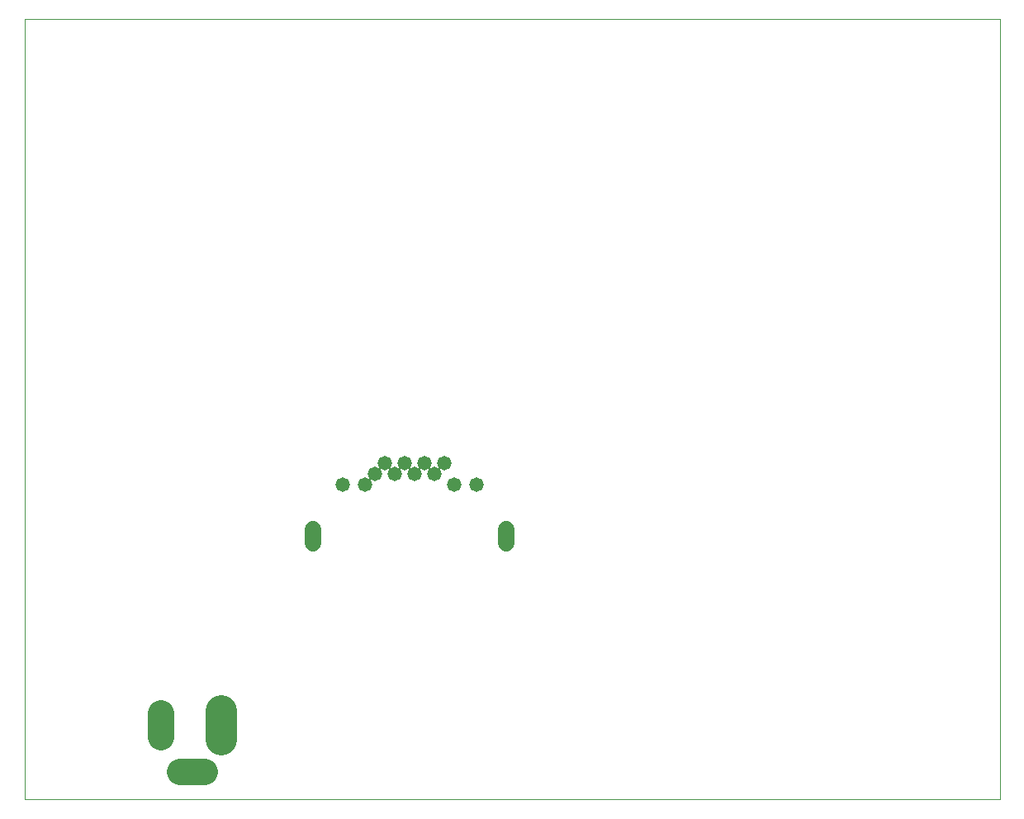
<source format=gts>
G75*
%MOIN*%
%OFA0B0*%
%FSLAX24Y24*%
%IPPOS*%
%LPD*%
%AMOC8*
5,1,8,0,0,1.08239X$1,22.5*
%
%ADD10C,0.0000*%
%ADD11C,0.1064*%
%ADD12C,0.1261*%
%ADD13C,0.0395*%
%ADD14C,0.0474*%
%ADD15C,0.0671*%
%ADD16C,0.0580*%
D10*
X000100Y000100D02*
X000100Y031596D01*
X039470Y031596D01*
X039470Y000100D01*
X000100Y000100D01*
X005443Y002509D02*
X005445Y002534D01*
X005451Y002558D01*
X005460Y002580D01*
X005473Y002601D01*
X005489Y002620D01*
X005508Y002636D01*
X005529Y002649D01*
X005551Y002658D01*
X005575Y002664D01*
X005600Y002666D01*
X005625Y002664D01*
X005649Y002658D01*
X005671Y002649D01*
X005692Y002636D01*
X005711Y002620D01*
X005727Y002601D01*
X005740Y002580D01*
X005749Y002558D01*
X005755Y002534D01*
X005757Y002509D01*
X005755Y002484D01*
X005749Y002460D01*
X005740Y002438D01*
X005727Y002417D01*
X005711Y002398D01*
X005692Y002382D01*
X005671Y002369D01*
X005649Y002360D01*
X005625Y002354D01*
X005600Y002352D01*
X005575Y002354D01*
X005551Y002360D01*
X005529Y002369D01*
X005508Y002382D01*
X005489Y002398D01*
X005473Y002417D01*
X005460Y002438D01*
X005451Y002460D01*
X005445Y002484D01*
X005443Y002509D01*
X005443Y002549D02*
X005445Y002574D01*
X005451Y002598D01*
X005460Y002620D01*
X005473Y002641D01*
X005489Y002660D01*
X005508Y002676D01*
X005529Y002689D01*
X005551Y002698D01*
X005575Y002704D01*
X005600Y002706D01*
X005625Y002704D01*
X005649Y002698D01*
X005671Y002689D01*
X005692Y002676D01*
X005711Y002660D01*
X005727Y002641D01*
X005740Y002620D01*
X005749Y002598D01*
X005755Y002574D01*
X005757Y002549D01*
X005755Y002524D01*
X005749Y002500D01*
X005740Y002478D01*
X005727Y002457D01*
X005711Y002438D01*
X005692Y002422D01*
X005671Y002409D01*
X005649Y002400D01*
X005625Y002394D01*
X005600Y002392D01*
X005575Y002394D01*
X005551Y002400D01*
X005529Y002409D01*
X005508Y002422D01*
X005489Y002438D01*
X005473Y002457D01*
X005460Y002478D01*
X005451Y002500D01*
X005445Y002524D01*
X005443Y002549D01*
X005443Y002588D02*
X005445Y002613D01*
X005451Y002637D01*
X005460Y002659D01*
X005473Y002680D01*
X005489Y002699D01*
X005508Y002715D01*
X005529Y002728D01*
X005551Y002737D01*
X005575Y002743D01*
X005600Y002745D01*
X005625Y002743D01*
X005649Y002737D01*
X005671Y002728D01*
X005692Y002715D01*
X005711Y002699D01*
X005727Y002680D01*
X005740Y002659D01*
X005749Y002637D01*
X005755Y002613D01*
X005757Y002588D01*
X005755Y002563D01*
X005749Y002539D01*
X005740Y002517D01*
X005727Y002496D01*
X005711Y002477D01*
X005692Y002461D01*
X005671Y002448D01*
X005649Y002439D01*
X005625Y002433D01*
X005600Y002431D01*
X005575Y002433D01*
X005551Y002439D01*
X005529Y002448D01*
X005508Y002461D01*
X005489Y002477D01*
X005473Y002496D01*
X005460Y002517D01*
X005451Y002539D01*
X005445Y002563D01*
X005443Y002588D01*
X005443Y002628D02*
X005445Y002653D01*
X005451Y002677D01*
X005460Y002699D01*
X005473Y002720D01*
X005489Y002739D01*
X005508Y002755D01*
X005529Y002768D01*
X005551Y002777D01*
X005575Y002783D01*
X005600Y002785D01*
X005625Y002783D01*
X005649Y002777D01*
X005671Y002768D01*
X005692Y002755D01*
X005711Y002739D01*
X005727Y002720D01*
X005740Y002699D01*
X005749Y002677D01*
X005755Y002653D01*
X005757Y002628D01*
X005755Y002603D01*
X005749Y002579D01*
X005740Y002557D01*
X005727Y002536D01*
X005711Y002517D01*
X005692Y002501D01*
X005671Y002488D01*
X005649Y002479D01*
X005625Y002473D01*
X005600Y002471D01*
X005575Y002473D01*
X005551Y002479D01*
X005529Y002488D01*
X005508Y002501D01*
X005489Y002517D01*
X005473Y002536D01*
X005460Y002557D01*
X005451Y002579D01*
X005445Y002603D01*
X005443Y002628D01*
X005443Y002667D02*
X005445Y002692D01*
X005451Y002716D01*
X005460Y002738D01*
X005473Y002759D01*
X005489Y002778D01*
X005508Y002794D01*
X005529Y002807D01*
X005551Y002816D01*
X005575Y002822D01*
X005600Y002824D01*
X005625Y002822D01*
X005649Y002816D01*
X005671Y002807D01*
X005692Y002794D01*
X005711Y002778D01*
X005727Y002759D01*
X005740Y002738D01*
X005749Y002716D01*
X005755Y002692D01*
X005757Y002667D01*
X005755Y002642D01*
X005749Y002618D01*
X005740Y002596D01*
X005727Y002575D01*
X005711Y002556D01*
X005692Y002540D01*
X005671Y002527D01*
X005649Y002518D01*
X005625Y002512D01*
X005600Y002510D01*
X005575Y002512D01*
X005551Y002518D01*
X005529Y002527D01*
X005508Y002540D01*
X005489Y002556D01*
X005473Y002575D01*
X005460Y002596D01*
X005451Y002618D01*
X005445Y002642D01*
X005443Y002667D01*
X005443Y002706D02*
X005445Y002731D01*
X005451Y002755D01*
X005460Y002777D01*
X005473Y002798D01*
X005489Y002817D01*
X005508Y002833D01*
X005529Y002846D01*
X005551Y002855D01*
X005575Y002861D01*
X005600Y002863D01*
X005625Y002861D01*
X005649Y002855D01*
X005671Y002846D01*
X005692Y002833D01*
X005711Y002817D01*
X005727Y002798D01*
X005740Y002777D01*
X005749Y002755D01*
X005755Y002731D01*
X005757Y002706D01*
X005755Y002681D01*
X005749Y002657D01*
X005740Y002635D01*
X005727Y002614D01*
X005711Y002595D01*
X005692Y002579D01*
X005671Y002566D01*
X005649Y002557D01*
X005625Y002551D01*
X005600Y002549D01*
X005575Y002551D01*
X005551Y002557D01*
X005529Y002566D01*
X005508Y002579D01*
X005489Y002595D01*
X005473Y002614D01*
X005460Y002635D01*
X005451Y002657D01*
X005445Y002681D01*
X005443Y002706D01*
X005443Y002746D02*
X005445Y002771D01*
X005451Y002795D01*
X005460Y002817D01*
X005473Y002838D01*
X005489Y002857D01*
X005508Y002873D01*
X005529Y002886D01*
X005551Y002895D01*
X005575Y002901D01*
X005600Y002903D01*
X005625Y002901D01*
X005649Y002895D01*
X005671Y002886D01*
X005692Y002873D01*
X005711Y002857D01*
X005727Y002838D01*
X005740Y002817D01*
X005749Y002795D01*
X005755Y002771D01*
X005757Y002746D01*
X005755Y002721D01*
X005749Y002697D01*
X005740Y002675D01*
X005727Y002654D01*
X005711Y002635D01*
X005692Y002619D01*
X005671Y002606D01*
X005649Y002597D01*
X005625Y002591D01*
X005600Y002589D01*
X005575Y002591D01*
X005551Y002597D01*
X005529Y002606D01*
X005508Y002619D01*
X005489Y002635D01*
X005473Y002654D01*
X005460Y002675D01*
X005451Y002697D01*
X005445Y002721D01*
X005443Y002746D01*
X005443Y002785D02*
X005445Y002810D01*
X005451Y002834D01*
X005460Y002856D01*
X005473Y002877D01*
X005489Y002896D01*
X005508Y002912D01*
X005529Y002925D01*
X005551Y002934D01*
X005575Y002940D01*
X005600Y002942D01*
X005625Y002940D01*
X005649Y002934D01*
X005671Y002925D01*
X005692Y002912D01*
X005711Y002896D01*
X005727Y002877D01*
X005740Y002856D01*
X005749Y002834D01*
X005755Y002810D01*
X005757Y002785D01*
X005755Y002760D01*
X005749Y002736D01*
X005740Y002714D01*
X005727Y002693D01*
X005711Y002674D01*
X005692Y002658D01*
X005671Y002645D01*
X005649Y002636D01*
X005625Y002630D01*
X005600Y002628D01*
X005575Y002630D01*
X005551Y002636D01*
X005529Y002645D01*
X005508Y002658D01*
X005489Y002674D01*
X005473Y002693D01*
X005460Y002714D01*
X005451Y002736D01*
X005445Y002760D01*
X005443Y002785D01*
X005443Y002824D02*
X005445Y002849D01*
X005451Y002873D01*
X005460Y002895D01*
X005473Y002916D01*
X005489Y002935D01*
X005508Y002951D01*
X005529Y002964D01*
X005551Y002973D01*
X005575Y002979D01*
X005600Y002981D01*
X005625Y002979D01*
X005649Y002973D01*
X005671Y002964D01*
X005692Y002951D01*
X005711Y002935D01*
X005727Y002916D01*
X005740Y002895D01*
X005749Y002873D01*
X005755Y002849D01*
X005757Y002824D01*
X005755Y002799D01*
X005749Y002775D01*
X005740Y002753D01*
X005727Y002732D01*
X005711Y002713D01*
X005692Y002697D01*
X005671Y002684D01*
X005649Y002675D01*
X005625Y002669D01*
X005600Y002667D01*
X005575Y002669D01*
X005551Y002675D01*
X005529Y002684D01*
X005508Y002697D01*
X005489Y002713D01*
X005473Y002732D01*
X005460Y002753D01*
X005451Y002775D01*
X005445Y002799D01*
X005443Y002824D01*
X005443Y002864D02*
X005445Y002889D01*
X005451Y002913D01*
X005460Y002935D01*
X005473Y002956D01*
X005489Y002975D01*
X005508Y002991D01*
X005529Y003004D01*
X005551Y003013D01*
X005575Y003019D01*
X005600Y003021D01*
X005625Y003019D01*
X005649Y003013D01*
X005671Y003004D01*
X005692Y002991D01*
X005711Y002975D01*
X005727Y002956D01*
X005740Y002935D01*
X005749Y002913D01*
X005755Y002889D01*
X005757Y002864D01*
X005755Y002839D01*
X005749Y002815D01*
X005740Y002793D01*
X005727Y002772D01*
X005711Y002753D01*
X005692Y002737D01*
X005671Y002724D01*
X005649Y002715D01*
X005625Y002709D01*
X005600Y002707D01*
X005575Y002709D01*
X005551Y002715D01*
X005529Y002724D01*
X005508Y002737D01*
X005489Y002753D01*
X005473Y002772D01*
X005460Y002793D01*
X005451Y002815D01*
X005445Y002839D01*
X005443Y002864D01*
X005443Y002903D02*
X005445Y002928D01*
X005451Y002952D01*
X005460Y002974D01*
X005473Y002995D01*
X005489Y003014D01*
X005508Y003030D01*
X005529Y003043D01*
X005551Y003052D01*
X005575Y003058D01*
X005600Y003060D01*
X005625Y003058D01*
X005649Y003052D01*
X005671Y003043D01*
X005692Y003030D01*
X005711Y003014D01*
X005727Y002995D01*
X005740Y002974D01*
X005749Y002952D01*
X005755Y002928D01*
X005757Y002903D01*
X005755Y002878D01*
X005749Y002854D01*
X005740Y002832D01*
X005727Y002811D01*
X005711Y002792D01*
X005692Y002776D01*
X005671Y002763D01*
X005649Y002754D01*
X005625Y002748D01*
X005600Y002746D01*
X005575Y002748D01*
X005551Y002754D01*
X005529Y002763D01*
X005508Y002776D01*
X005489Y002792D01*
X005473Y002811D01*
X005460Y002832D01*
X005451Y002854D01*
X005445Y002878D01*
X005443Y002903D01*
X005443Y002943D02*
X005445Y002968D01*
X005451Y002992D01*
X005460Y003014D01*
X005473Y003035D01*
X005489Y003054D01*
X005508Y003070D01*
X005529Y003083D01*
X005551Y003092D01*
X005575Y003098D01*
X005600Y003100D01*
X005625Y003098D01*
X005649Y003092D01*
X005671Y003083D01*
X005692Y003070D01*
X005711Y003054D01*
X005727Y003035D01*
X005740Y003014D01*
X005749Y002992D01*
X005755Y002968D01*
X005757Y002943D01*
X005755Y002918D01*
X005749Y002894D01*
X005740Y002872D01*
X005727Y002851D01*
X005711Y002832D01*
X005692Y002816D01*
X005671Y002803D01*
X005649Y002794D01*
X005625Y002788D01*
X005600Y002786D01*
X005575Y002788D01*
X005551Y002794D01*
X005529Y002803D01*
X005508Y002816D01*
X005489Y002832D01*
X005473Y002851D01*
X005460Y002872D01*
X005451Y002894D01*
X005445Y002918D01*
X005443Y002943D01*
X005443Y002982D02*
X005445Y003007D01*
X005451Y003031D01*
X005460Y003053D01*
X005473Y003074D01*
X005489Y003093D01*
X005508Y003109D01*
X005529Y003122D01*
X005551Y003131D01*
X005575Y003137D01*
X005600Y003139D01*
X005625Y003137D01*
X005649Y003131D01*
X005671Y003122D01*
X005692Y003109D01*
X005711Y003093D01*
X005727Y003074D01*
X005740Y003053D01*
X005749Y003031D01*
X005755Y003007D01*
X005757Y002982D01*
X005755Y002957D01*
X005749Y002933D01*
X005740Y002911D01*
X005727Y002890D01*
X005711Y002871D01*
X005692Y002855D01*
X005671Y002842D01*
X005649Y002833D01*
X005625Y002827D01*
X005600Y002825D01*
X005575Y002827D01*
X005551Y002833D01*
X005529Y002842D01*
X005508Y002855D01*
X005489Y002871D01*
X005473Y002890D01*
X005460Y002911D01*
X005451Y002933D01*
X005445Y002957D01*
X005443Y002982D01*
X005443Y003021D02*
X005445Y003046D01*
X005451Y003070D01*
X005460Y003092D01*
X005473Y003113D01*
X005489Y003132D01*
X005508Y003148D01*
X005529Y003161D01*
X005551Y003170D01*
X005575Y003176D01*
X005600Y003178D01*
X005625Y003176D01*
X005649Y003170D01*
X005671Y003161D01*
X005692Y003148D01*
X005711Y003132D01*
X005727Y003113D01*
X005740Y003092D01*
X005749Y003070D01*
X005755Y003046D01*
X005757Y003021D01*
X005755Y002996D01*
X005749Y002972D01*
X005740Y002950D01*
X005727Y002929D01*
X005711Y002910D01*
X005692Y002894D01*
X005671Y002881D01*
X005649Y002872D01*
X005625Y002866D01*
X005600Y002864D01*
X005575Y002866D01*
X005551Y002872D01*
X005529Y002881D01*
X005508Y002894D01*
X005489Y002910D01*
X005473Y002929D01*
X005460Y002950D01*
X005451Y002972D01*
X005445Y002996D01*
X005443Y003021D01*
X005443Y003061D02*
X005445Y003086D01*
X005451Y003110D01*
X005460Y003132D01*
X005473Y003153D01*
X005489Y003172D01*
X005508Y003188D01*
X005529Y003201D01*
X005551Y003210D01*
X005575Y003216D01*
X005600Y003218D01*
X005625Y003216D01*
X005649Y003210D01*
X005671Y003201D01*
X005692Y003188D01*
X005711Y003172D01*
X005727Y003153D01*
X005740Y003132D01*
X005749Y003110D01*
X005755Y003086D01*
X005757Y003061D01*
X005755Y003036D01*
X005749Y003012D01*
X005740Y002990D01*
X005727Y002969D01*
X005711Y002950D01*
X005692Y002934D01*
X005671Y002921D01*
X005649Y002912D01*
X005625Y002906D01*
X005600Y002904D01*
X005575Y002906D01*
X005551Y002912D01*
X005529Y002921D01*
X005508Y002934D01*
X005489Y002950D01*
X005473Y002969D01*
X005460Y002990D01*
X005451Y003012D01*
X005445Y003036D01*
X005443Y003061D01*
X005443Y003139D02*
X005445Y003164D01*
X005451Y003188D01*
X005460Y003210D01*
X005473Y003231D01*
X005489Y003250D01*
X005508Y003266D01*
X005529Y003279D01*
X005551Y003288D01*
X005575Y003294D01*
X005600Y003296D01*
X005625Y003294D01*
X005649Y003288D01*
X005671Y003279D01*
X005692Y003266D01*
X005711Y003250D01*
X005727Y003231D01*
X005740Y003210D01*
X005749Y003188D01*
X005755Y003164D01*
X005757Y003139D01*
X005755Y003114D01*
X005749Y003090D01*
X005740Y003068D01*
X005727Y003047D01*
X005711Y003028D01*
X005692Y003012D01*
X005671Y002999D01*
X005649Y002990D01*
X005625Y002984D01*
X005600Y002982D01*
X005575Y002984D01*
X005551Y002990D01*
X005529Y002999D01*
X005508Y003012D01*
X005489Y003028D01*
X005473Y003047D01*
X005460Y003068D01*
X005451Y003090D01*
X005445Y003114D01*
X005443Y003139D01*
X005443Y003179D02*
X005445Y003204D01*
X005451Y003228D01*
X005460Y003250D01*
X005473Y003271D01*
X005489Y003290D01*
X005508Y003306D01*
X005529Y003319D01*
X005551Y003328D01*
X005575Y003334D01*
X005600Y003336D01*
X005625Y003334D01*
X005649Y003328D01*
X005671Y003319D01*
X005692Y003306D01*
X005711Y003290D01*
X005727Y003271D01*
X005740Y003250D01*
X005749Y003228D01*
X005755Y003204D01*
X005757Y003179D01*
X005755Y003154D01*
X005749Y003130D01*
X005740Y003108D01*
X005727Y003087D01*
X005711Y003068D01*
X005692Y003052D01*
X005671Y003039D01*
X005649Y003030D01*
X005625Y003024D01*
X005600Y003022D01*
X005575Y003024D01*
X005551Y003030D01*
X005529Y003039D01*
X005508Y003052D01*
X005489Y003068D01*
X005473Y003087D01*
X005460Y003108D01*
X005451Y003130D01*
X005445Y003154D01*
X005443Y003179D01*
X005443Y003218D02*
X005445Y003243D01*
X005451Y003267D01*
X005460Y003289D01*
X005473Y003310D01*
X005489Y003329D01*
X005508Y003345D01*
X005529Y003358D01*
X005551Y003367D01*
X005575Y003373D01*
X005600Y003375D01*
X005625Y003373D01*
X005649Y003367D01*
X005671Y003358D01*
X005692Y003345D01*
X005711Y003329D01*
X005727Y003310D01*
X005740Y003289D01*
X005749Y003267D01*
X005755Y003243D01*
X005757Y003218D01*
X005755Y003193D01*
X005749Y003169D01*
X005740Y003147D01*
X005727Y003126D01*
X005711Y003107D01*
X005692Y003091D01*
X005671Y003078D01*
X005649Y003069D01*
X005625Y003063D01*
X005600Y003061D01*
X005575Y003063D01*
X005551Y003069D01*
X005529Y003078D01*
X005508Y003091D01*
X005489Y003107D01*
X005473Y003126D01*
X005460Y003147D01*
X005451Y003169D01*
X005445Y003193D01*
X005443Y003218D01*
X005443Y003257D02*
X005445Y003282D01*
X005451Y003306D01*
X005460Y003328D01*
X005473Y003349D01*
X005489Y003368D01*
X005508Y003384D01*
X005529Y003397D01*
X005551Y003406D01*
X005575Y003412D01*
X005600Y003414D01*
X005625Y003412D01*
X005649Y003406D01*
X005671Y003397D01*
X005692Y003384D01*
X005711Y003368D01*
X005727Y003349D01*
X005740Y003328D01*
X005749Y003306D01*
X005755Y003282D01*
X005757Y003257D01*
X005755Y003232D01*
X005749Y003208D01*
X005740Y003186D01*
X005727Y003165D01*
X005711Y003146D01*
X005692Y003130D01*
X005671Y003117D01*
X005649Y003108D01*
X005625Y003102D01*
X005600Y003100D01*
X005575Y003102D01*
X005551Y003108D01*
X005529Y003117D01*
X005508Y003130D01*
X005489Y003146D01*
X005473Y003165D01*
X005460Y003186D01*
X005451Y003208D01*
X005445Y003232D01*
X005443Y003257D01*
X005443Y003297D02*
X005445Y003322D01*
X005451Y003346D01*
X005460Y003368D01*
X005473Y003389D01*
X005489Y003408D01*
X005508Y003424D01*
X005529Y003437D01*
X005551Y003446D01*
X005575Y003452D01*
X005600Y003454D01*
X005625Y003452D01*
X005649Y003446D01*
X005671Y003437D01*
X005692Y003424D01*
X005711Y003408D01*
X005727Y003389D01*
X005740Y003368D01*
X005749Y003346D01*
X005755Y003322D01*
X005757Y003297D01*
X005755Y003272D01*
X005749Y003248D01*
X005740Y003226D01*
X005727Y003205D01*
X005711Y003186D01*
X005692Y003170D01*
X005671Y003157D01*
X005649Y003148D01*
X005625Y003142D01*
X005600Y003140D01*
X005575Y003142D01*
X005551Y003148D01*
X005529Y003157D01*
X005508Y003170D01*
X005489Y003186D01*
X005473Y003205D01*
X005460Y003226D01*
X005451Y003248D01*
X005445Y003272D01*
X005443Y003297D01*
X005443Y003336D02*
X005445Y003361D01*
X005451Y003385D01*
X005460Y003407D01*
X005473Y003428D01*
X005489Y003447D01*
X005508Y003463D01*
X005529Y003476D01*
X005551Y003485D01*
X005575Y003491D01*
X005600Y003493D01*
X005625Y003491D01*
X005649Y003485D01*
X005671Y003476D01*
X005692Y003463D01*
X005711Y003447D01*
X005727Y003428D01*
X005740Y003407D01*
X005749Y003385D01*
X005755Y003361D01*
X005757Y003336D01*
X005755Y003311D01*
X005749Y003287D01*
X005740Y003265D01*
X005727Y003244D01*
X005711Y003225D01*
X005692Y003209D01*
X005671Y003196D01*
X005649Y003187D01*
X005625Y003181D01*
X005600Y003179D01*
X005575Y003181D01*
X005551Y003187D01*
X005529Y003196D01*
X005508Y003209D01*
X005489Y003225D01*
X005473Y003244D01*
X005460Y003265D01*
X005451Y003287D01*
X005445Y003311D01*
X005443Y003336D01*
X005443Y003376D02*
X005445Y003401D01*
X005451Y003425D01*
X005460Y003447D01*
X005473Y003468D01*
X005489Y003487D01*
X005508Y003503D01*
X005529Y003516D01*
X005551Y003525D01*
X005575Y003531D01*
X005600Y003533D01*
X005625Y003531D01*
X005649Y003525D01*
X005671Y003516D01*
X005692Y003503D01*
X005711Y003487D01*
X005727Y003468D01*
X005740Y003447D01*
X005749Y003425D01*
X005755Y003401D01*
X005757Y003376D01*
X005755Y003351D01*
X005749Y003327D01*
X005740Y003305D01*
X005727Y003284D01*
X005711Y003265D01*
X005692Y003249D01*
X005671Y003236D01*
X005649Y003227D01*
X005625Y003221D01*
X005600Y003219D01*
X005575Y003221D01*
X005551Y003227D01*
X005529Y003236D01*
X005508Y003249D01*
X005489Y003265D01*
X005473Y003284D01*
X005460Y003305D01*
X005451Y003327D01*
X005445Y003351D01*
X005443Y003376D01*
X005443Y003415D02*
X005445Y003440D01*
X005451Y003464D01*
X005460Y003486D01*
X005473Y003507D01*
X005489Y003526D01*
X005508Y003542D01*
X005529Y003555D01*
X005551Y003564D01*
X005575Y003570D01*
X005600Y003572D01*
X005625Y003570D01*
X005649Y003564D01*
X005671Y003555D01*
X005692Y003542D01*
X005711Y003526D01*
X005727Y003507D01*
X005740Y003486D01*
X005749Y003464D01*
X005755Y003440D01*
X005757Y003415D01*
X005755Y003390D01*
X005749Y003366D01*
X005740Y003344D01*
X005727Y003323D01*
X005711Y003304D01*
X005692Y003288D01*
X005671Y003275D01*
X005649Y003266D01*
X005625Y003260D01*
X005600Y003258D01*
X005575Y003260D01*
X005551Y003266D01*
X005529Y003275D01*
X005508Y003288D01*
X005489Y003304D01*
X005473Y003323D01*
X005460Y003344D01*
X005451Y003366D01*
X005445Y003390D01*
X005443Y003415D01*
X005443Y003454D02*
X005445Y003479D01*
X005451Y003503D01*
X005460Y003525D01*
X005473Y003546D01*
X005489Y003565D01*
X005508Y003581D01*
X005529Y003594D01*
X005551Y003603D01*
X005575Y003609D01*
X005600Y003611D01*
X005625Y003609D01*
X005649Y003603D01*
X005671Y003594D01*
X005692Y003581D01*
X005711Y003565D01*
X005727Y003546D01*
X005740Y003525D01*
X005749Y003503D01*
X005755Y003479D01*
X005757Y003454D01*
X005755Y003429D01*
X005749Y003405D01*
X005740Y003383D01*
X005727Y003362D01*
X005711Y003343D01*
X005692Y003327D01*
X005671Y003314D01*
X005649Y003305D01*
X005625Y003299D01*
X005600Y003297D01*
X005575Y003299D01*
X005551Y003305D01*
X005529Y003314D01*
X005508Y003327D01*
X005489Y003343D01*
X005473Y003362D01*
X005460Y003383D01*
X005451Y003405D01*
X005445Y003429D01*
X005443Y003454D01*
X005443Y003494D02*
X005445Y003519D01*
X005451Y003543D01*
X005460Y003565D01*
X005473Y003586D01*
X005489Y003605D01*
X005508Y003621D01*
X005529Y003634D01*
X005551Y003643D01*
X005575Y003649D01*
X005600Y003651D01*
X005625Y003649D01*
X005649Y003643D01*
X005671Y003634D01*
X005692Y003621D01*
X005711Y003605D01*
X005727Y003586D01*
X005740Y003565D01*
X005749Y003543D01*
X005755Y003519D01*
X005757Y003494D01*
X005755Y003469D01*
X005749Y003445D01*
X005740Y003423D01*
X005727Y003402D01*
X005711Y003383D01*
X005692Y003367D01*
X005671Y003354D01*
X005649Y003345D01*
X005625Y003339D01*
X005600Y003337D01*
X005575Y003339D01*
X005551Y003345D01*
X005529Y003354D01*
X005508Y003367D01*
X005489Y003383D01*
X005473Y003402D01*
X005460Y003423D01*
X005451Y003445D01*
X005445Y003469D01*
X005443Y003494D01*
X005443Y003533D02*
X005445Y003558D01*
X005451Y003582D01*
X005460Y003604D01*
X005473Y003625D01*
X005489Y003644D01*
X005508Y003660D01*
X005529Y003673D01*
X005551Y003682D01*
X005575Y003688D01*
X005600Y003690D01*
X005625Y003688D01*
X005649Y003682D01*
X005671Y003673D01*
X005692Y003660D01*
X005711Y003644D01*
X005727Y003625D01*
X005740Y003604D01*
X005749Y003582D01*
X005755Y003558D01*
X005757Y003533D01*
X005755Y003508D01*
X005749Y003484D01*
X005740Y003462D01*
X005727Y003441D01*
X005711Y003422D01*
X005692Y003406D01*
X005671Y003393D01*
X005649Y003384D01*
X005625Y003378D01*
X005600Y003376D01*
X005575Y003378D01*
X005551Y003384D01*
X005529Y003393D01*
X005508Y003406D01*
X005489Y003422D01*
X005473Y003441D01*
X005460Y003462D01*
X005451Y003484D01*
X005445Y003508D01*
X005443Y003533D01*
X005443Y003572D02*
X005445Y003597D01*
X005451Y003621D01*
X005460Y003643D01*
X005473Y003664D01*
X005489Y003683D01*
X005508Y003699D01*
X005529Y003712D01*
X005551Y003721D01*
X005575Y003727D01*
X005600Y003729D01*
X005625Y003727D01*
X005649Y003721D01*
X005671Y003712D01*
X005692Y003699D01*
X005711Y003683D01*
X005727Y003664D01*
X005740Y003643D01*
X005749Y003621D01*
X005755Y003597D01*
X005757Y003572D01*
X005755Y003547D01*
X005749Y003523D01*
X005740Y003501D01*
X005727Y003480D01*
X005711Y003461D01*
X005692Y003445D01*
X005671Y003432D01*
X005649Y003423D01*
X005625Y003417D01*
X005600Y003415D01*
X005575Y003417D01*
X005551Y003423D01*
X005529Y003432D01*
X005508Y003445D01*
X005489Y003461D01*
X005473Y003480D01*
X005460Y003501D01*
X005451Y003523D01*
X005445Y003547D01*
X005443Y003572D01*
X005443Y003612D02*
X005445Y003637D01*
X005451Y003661D01*
X005460Y003683D01*
X005473Y003704D01*
X005489Y003723D01*
X005508Y003739D01*
X005529Y003752D01*
X005551Y003761D01*
X005575Y003767D01*
X005600Y003769D01*
X005625Y003767D01*
X005649Y003761D01*
X005671Y003752D01*
X005692Y003739D01*
X005711Y003723D01*
X005727Y003704D01*
X005740Y003683D01*
X005749Y003661D01*
X005755Y003637D01*
X005757Y003612D01*
X005755Y003587D01*
X005749Y003563D01*
X005740Y003541D01*
X005727Y003520D01*
X005711Y003501D01*
X005692Y003485D01*
X005671Y003472D01*
X005649Y003463D01*
X005625Y003457D01*
X005600Y003455D01*
X005575Y003457D01*
X005551Y003463D01*
X005529Y003472D01*
X005508Y003485D01*
X005489Y003501D01*
X005473Y003520D01*
X005460Y003541D01*
X005451Y003563D01*
X005445Y003587D01*
X005443Y003612D01*
X005443Y003651D02*
X005445Y003676D01*
X005451Y003700D01*
X005460Y003722D01*
X005473Y003743D01*
X005489Y003762D01*
X005508Y003778D01*
X005529Y003791D01*
X005551Y003800D01*
X005575Y003806D01*
X005600Y003808D01*
X005625Y003806D01*
X005649Y003800D01*
X005671Y003791D01*
X005692Y003778D01*
X005711Y003762D01*
X005727Y003743D01*
X005740Y003722D01*
X005749Y003700D01*
X005755Y003676D01*
X005757Y003651D01*
X005755Y003626D01*
X005749Y003602D01*
X005740Y003580D01*
X005727Y003559D01*
X005711Y003540D01*
X005692Y003524D01*
X005671Y003511D01*
X005649Y003502D01*
X005625Y003496D01*
X005600Y003494D01*
X005575Y003496D01*
X005551Y003502D01*
X005529Y003511D01*
X005508Y003524D01*
X005489Y003540D01*
X005473Y003559D01*
X005460Y003580D01*
X005451Y003602D01*
X005445Y003626D01*
X005443Y003651D01*
X005443Y003691D02*
X005445Y003716D01*
X005451Y003740D01*
X005460Y003762D01*
X005473Y003783D01*
X005489Y003802D01*
X005508Y003818D01*
X005529Y003831D01*
X005551Y003840D01*
X005575Y003846D01*
X005600Y003848D01*
X005625Y003846D01*
X005649Y003840D01*
X005671Y003831D01*
X005692Y003818D01*
X005711Y003802D01*
X005727Y003783D01*
X005740Y003762D01*
X005749Y003740D01*
X005755Y003716D01*
X005757Y003691D01*
X005755Y003666D01*
X005749Y003642D01*
X005740Y003620D01*
X005727Y003599D01*
X005711Y003580D01*
X005692Y003564D01*
X005671Y003551D01*
X005649Y003542D01*
X005625Y003536D01*
X005600Y003534D01*
X005575Y003536D01*
X005551Y003542D01*
X005529Y003551D01*
X005508Y003564D01*
X005489Y003580D01*
X005473Y003599D01*
X005460Y003620D01*
X005451Y003642D01*
X005445Y003666D01*
X005443Y003691D01*
X007864Y003691D02*
X007866Y003718D01*
X007872Y003745D01*
X007881Y003771D01*
X007894Y003795D01*
X007910Y003818D01*
X007929Y003837D01*
X007951Y003854D01*
X007975Y003868D01*
X008000Y003878D01*
X008027Y003885D01*
X008054Y003888D01*
X008082Y003887D01*
X008109Y003882D01*
X008135Y003874D01*
X008159Y003862D01*
X008182Y003846D01*
X008203Y003828D01*
X008220Y003807D01*
X008235Y003783D01*
X008246Y003758D01*
X008254Y003732D01*
X008258Y003705D01*
X008258Y003677D01*
X008254Y003650D01*
X008246Y003624D01*
X008235Y003599D01*
X008220Y003575D01*
X008203Y003554D01*
X008182Y003536D01*
X008160Y003520D01*
X008135Y003508D01*
X008109Y003500D01*
X008082Y003495D01*
X008054Y003494D01*
X008027Y003497D01*
X008000Y003504D01*
X007975Y003514D01*
X007951Y003528D01*
X007929Y003545D01*
X007910Y003564D01*
X007894Y003587D01*
X007881Y003611D01*
X007872Y003637D01*
X007866Y003664D01*
X007864Y003691D01*
X007864Y003730D02*
X007866Y003757D01*
X007872Y003784D01*
X007881Y003810D01*
X007894Y003834D01*
X007910Y003857D01*
X007929Y003876D01*
X007951Y003893D01*
X007975Y003907D01*
X008000Y003917D01*
X008027Y003924D01*
X008054Y003927D01*
X008082Y003926D01*
X008109Y003921D01*
X008135Y003913D01*
X008159Y003901D01*
X008182Y003885D01*
X008203Y003867D01*
X008220Y003846D01*
X008235Y003822D01*
X008246Y003797D01*
X008254Y003771D01*
X008258Y003744D01*
X008258Y003716D01*
X008254Y003689D01*
X008246Y003663D01*
X008235Y003638D01*
X008220Y003614D01*
X008203Y003593D01*
X008182Y003575D01*
X008160Y003559D01*
X008135Y003547D01*
X008109Y003539D01*
X008082Y003534D01*
X008054Y003533D01*
X008027Y003536D01*
X008000Y003543D01*
X007975Y003553D01*
X007951Y003567D01*
X007929Y003584D01*
X007910Y003603D01*
X007894Y003626D01*
X007881Y003650D01*
X007872Y003676D01*
X007866Y003703D01*
X007864Y003730D01*
X007864Y003769D02*
X007866Y003796D01*
X007872Y003823D01*
X007881Y003849D01*
X007894Y003873D01*
X007910Y003896D01*
X007929Y003915D01*
X007951Y003932D01*
X007975Y003946D01*
X008000Y003956D01*
X008027Y003963D01*
X008054Y003966D01*
X008082Y003965D01*
X008109Y003960D01*
X008135Y003952D01*
X008159Y003940D01*
X008182Y003924D01*
X008203Y003906D01*
X008220Y003885D01*
X008235Y003861D01*
X008246Y003836D01*
X008254Y003810D01*
X008258Y003783D01*
X008258Y003755D01*
X008254Y003728D01*
X008246Y003702D01*
X008235Y003677D01*
X008220Y003653D01*
X008203Y003632D01*
X008182Y003614D01*
X008160Y003598D01*
X008135Y003586D01*
X008109Y003578D01*
X008082Y003573D01*
X008054Y003572D01*
X008027Y003575D01*
X008000Y003582D01*
X007975Y003592D01*
X007951Y003606D01*
X007929Y003623D01*
X007910Y003642D01*
X007894Y003665D01*
X007881Y003689D01*
X007872Y003715D01*
X007866Y003742D01*
X007864Y003769D01*
X007864Y003651D02*
X007866Y003678D01*
X007872Y003705D01*
X007881Y003731D01*
X007894Y003755D01*
X007910Y003778D01*
X007929Y003797D01*
X007951Y003814D01*
X007975Y003828D01*
X008000Y003838D01*
X008027Y003845D01*
X008054Y003848D01*
X008082Y003847D01*
X008109Y003842D01*
X008135Y003834D01*
X008159Y003822D01*
X008182Y003806D01*
X008203Y003788D01*
X008220Y003767D01*
X008235Y003743D01*
X008246Y003718D01*
X008254Y003692D01*
X008258Y003665D01*
X008258Y003637D01*
X008254Y003610D01*
X008246Y003584D01*
X008235Y003559D01*
X008220Y003535D01*
X008203Y003514D01*
X008182Y003496D01*
X008160Y003480D01*
X008135Y003468D01*
X008109Y003460D01*
X008082Y003455D01*
X008054Y003454D01*
X008027Y003457D01*
X008000Y003464D01*
X007975Y003474D01*
X007951Y003488D01*
X007929Y003505D01*
X007910Y003524D01*
X007894Y003547D01*
X007881Y003571D01*
X007872Y003597D01*
X007866Y003624D01*
X007864Y003651D01*
X007864Y003612D02*
X007866Y003639D01*
X007872Y003666D01*
X007881Y003692D01*
X007894Y003716D01*
X007910Y003739D01*
X007929Y003758D01*
X007951Y003775D01*
X007975Y003789D01*
X008000Y003799D01*
X008027Y003806D01*
X008054Y003809D01*
X008082Y003808D01*
X008109Y003803D01*
X008135Y003795D01*
X008159Y003783D01*
X008182Y003767D01*
X008203Y003749D01*
X008220Y003728D01*
X008235Y003704D01*
X008246Y003679D01*
X008254Y003653D01*
X008258Y003626D01*
X008258Y003598D01*
X008254Y003571D01*
X008246Y003545D01*
X008235Y003520D01*
X008220Y003496D01*
X008203Y003475D01*
X008182Y003457D01*
X008160Y003441D01*
X008135Y003429D01*
X008109Y003421D01*
X008082Y003416D01*
X008054Y003415D01*
X008027Y003418D01*
X008000Y003425D01*
X007975Y003435D01*
X007951Y003449D01*
X007929Y003466D01*
X007910Y003485D01*
X007894Y003508D01*
X007881Y003532D01*
X007872Y003558D01*
X007866Y003585D01*
X007864Y003612D01*
X007864Y003572D02*
X007866Y003599D01*
X007872Y003626D01*
X007881Y003652D01*
X007894Y003676D01*
X007910Y003699D01*
X007929Y003718D01*
X007951Y003735D01*
X007975Y003749D01*
X008000Y003759D01*
X008027Y003766D01*
X008054Y003769D01*
X008082Y003768D01*
X008109Y003763D01*
X008135Y003755D01*
X008159Y003743D01*
X008182Y003727D01*
X008203Y003709D01*
X008220Y003688D01*
X008235Y003664D01*
X008246Y003639D01*
X008254Y003613D01*
X008258Y003586D01*
X008258Y003558D01*
X008254Y003531D01*
X008246Y003505D01*
X008235Y003480D01*
X008220Y003456D01*
X008203Y003435D01*
X008182Y003417D01*
X008160Y003401D01*
X008135Y003389D01*
X008109Y003381D01*
X008082Y003376D01*
X008054Y003375D01*
X008027Y003378D01*
X008000Y003385D01*
X007975Y003395D01*
X007951Y003409D01*
X007929Y003426D01*
X007910Y003445D01*
X007894Y003468D01*
X007881Y003492D01*
X007872Y003518D01*
X007866Y003545D01*
X007864Y003572D01*
X007864Y003533D02*
X007866Y003560D01*
X007872Y003587D01*
X007881Y003613D01*
X007894Y003637D01*
X007910Y003660D01*
X007929Y003679D01*
X007951Y003696D01*
X007975Y003710D01*
X008000Y003720D01*
X008027Y003727D01*
X008054Y003730D01*
X008082Y003729D01*
X008109Y003724D01*
X008135Y003716D01*
X008159Y003704D01*
X008182Y003688D01*
X008203Y003670D01*
X008220Y003649D01*
X008235Y003625D01*
X008246Y003600D01*
X008254Y003574D01*
X008258Y003547D01*
X008258Y003519D01*
X008254Y003492D01*
X008246Y003466D01*
X008235Y003441D01*
X008220Y003417D01*
X008203Y003396D01*
X008182Y003378D01*
X008160Y003362D01*
X008135Y003350D01*
X008109Y003342D01*
X008082Y003337D01*
X008054Y003336D01*
X008027Y003339D01*
X008000Y003346D01*
X007975Y003356D01*
X007951Y003370D01*
X007929Y003387D01*
X007910Y003406D01*
X007894Y003429D01*
X007881Y003453D01*
X007872Y003479D01*
X007866Y003506D01*
X007864Y003533D01*
X007864Y003494D02*
X007866Y003521D01*
X007872Y003548D01*
X007881Y003574D01*
X007894Y003598D01*
X007910Y003621D01*
X007929Y003640D01*
X007951Y003657D01*
X007975Y003671D01*
X008000Y003681D01*
X008027Y003688D01*
X008054Y003691D01*
X008082Y003690D01*
X008109Y003685D01*
X008135Y003677D01*
X008159Y003665D01*
X008182Y003649D01*
X008203Y003631D01*
X008220Y003610D01*
X008235Y003586D01*
X008246Y003561D01*
X008254Y003535D01*
X008258Y003508D01*
X008258Y003480D01*
X008254Y003453D01*
X008246Y003427D01*
X008235Y003402D01*
X008220Y003378D01*
X008203Y003357D01*
X008182Y003339D01*
X008160Y003323D01*
X008135Y003311D01*
X008109Y003303D01*
X008082Y003298D01*
X008054Y003297D01*
X008027Y003300D01*
X008000Y003307D01*
X007975Y003317D01*
X007951Y003331D01*
X007929Y003348D01*
X007910Y003367D01*
X007894Y003390D01*
X007881Y003414D01*
X007872Y003440D01*
X007866Y003467D01*
X007864Y003494D01*
X007864Y003454D02*
X007866Y003481D01*
X007872Y003508D01*
X007881Y003534D01*
X007894Y003558D01*
X007910Y003581D01*
X007929Y003600D01*
X007951Y003617D01*
X007975Y003631D01*
X008000Y003641D01*
X008027Y003648D01*
X008054Y003651D01*
X008082Y003650D01*
X008109Y003645D01*
X008135Y003637D01*
X008159Y003625D01*
X008182Y003609D01*
X008203Y003591D01*
X008220Y003570D01*
X008235Y003546D01*
X008246Y003521D01*
X008254Y003495D01*
X008258Y003468D01*
X008258Y003440D01*
X008254Y003413D01*
X008246Y003387D01*
X008235Y003362D01*
X008220Y003338D01*
X008203Y003317D01*
X008182Y003299D01*
X008160Y003283D01*
X008135Y003271D01*
X008109Y003263D01*
X008082Y003258D01*
X008054Y003257D01*
X008027Y003260D01*
X008000Y003267D01*
X007975Y003277D01*
X007951Y003291D01*
X007929Y003308D01*
X007910Y003327D01*
X007894Y003350D01*
X007881Y003374D01*
X007872Y003400D01*
X007866Y003427D01*
X007864Y003454D01*
X007866Y003481D01*
X007872Y003508D01*
X007881Y003534D01*
X007894Y003558D01*
X007910Y003581D01*
X007929Y003600D01*
X007951Y003617D01*
X007975Y003631D01*
X008000Y003641D01*
X008027Y003648D01*
X008054Y003651D01*
X008082Y003650D01*
X008109Y003645D01*
X008135Y003637D01*
X008159Y003625D01*
X008182Y003609D01*
X008203Y003591D01*
X008220Y003570D01*
X008235Y003546D01*
X008246Y003521D01*
X008254Y003495D01*
X008258Y003468D01*
X008258Y003440D01*
X008254Y003413D01*
X008246Y003387D01*
X008235Y003362D01*
X008220Y003338D01*
X008203Y003317D01*
X008182Y003299D01*
X008160Y003283D01*
X008135Y003271D01*
X008109Y003263D01*
X008082Y003258D01*
X008054Y003257D01*
X008027Y003260D01*
X008000Y003267D01*
X007975Y003277D01*
X007951Y003291D01*
X007929Y003308D01*
X007910Y003327D01*
X007894Y003350D01*
X007881Y003374D01*
X007872Y003400D01*
X007866Y003427D01*
X007864Y003454D01*
X007864Y003415D02*
X007866Y003442D01*
X007872Y003469D01*
X007881Y003495D01*
X007894Y003519D01*
X007910Y003542D01*
X007929Y003561D01*
X007951Y003578D01*
X007975Y003592D01*
X008000Y003602D01*
X008027Y003609D01*
X008054Y003612D01*
X008082Y003611D01*
X008109Y003606D01*
X008135Y003598D01*
X008159Y003586D01*
X008182Y003570D01*
X008203Y003552D01*
X008220Y003531D01*
X008235Y003507D01*
X008246Y003482D01*
X008254Y003456D01*
X008258Y003429D01*
X008258Y003401D01*
X008254Y003374D01*
X008246Y003348D01*
X008235Y003323D01*
X008220Y003299D01*
X008203Y003278D01*
X008182Y003260D01*
X008160Y003244D01*
X008135Y003232D01*
X008109Y003224D01*
X008082Y003219D01*
X008054Y003218D01*
X008027Y003221D01*
X008000Y003228D01*
X007975Y003238D01*
X007951Y003252D01*
X007929Y003269D01*
X007910Y003288D01*
X007894Y003311D01*
X007881Y003335D01*
X007872Y003361D01*
X007866Y003388D01*
X007864Y003415D01*
X007864Y003376D02*
X007866Y003403D01*
X007872Y003430D01*
X007881Y003456D01*
X007894Y003480D01*
X007910Y003503D01*
X007929Y003522D01*
X007951Y003539D01*
X007975Y003553D01*
X008000Y003563D01*
X008027Y003570D01*
X008054Y003573D01*
X008082Y003572D01*
X008109Y003567D01*
X008135Y003559D01*
X008159Y003547D01*
X008182Y003531D01*
X008203Y003513D01*
X008220Y003492D01*
X008235Y003468D01*
X008246Y003443D01*
X008254Y003417D01*
X008258Y003390D01*
X008258Y003362D01*
X008254Y003335D01*
X008246Y003309D01*
X008235Y003284D01*
X008220Y003260D01*
X008203Y003239D01*
X008182Y003221D01*
X008160Y003205D01*
X008135Y003193D01*
X008109Y003185D01*
X008082Y003180D01*
X008054Y003179D01*
X008027Y003182D01*
X008000Y003189D01*
X007975Y003199D01*
X007951Y003213D01*
X007929Y003230D01*
X007910Y003249D01*
X007894Y003272D01*
X007881Y003296D01*
X007872Y003322D01*
X007866Y003349D01*
X007864Y003376D01*
X007864Y003336D02*
X007866Y003363D01*
X007872Y003390D01*
X007881Y003416D01*
X007894Y003440D01*
X007910Y003463D01*
X007929Y003482D01*
X007951Y003499D01*
X007975Y003513D01*
X008000Y003523D01*
X008027Y003530D01*
X008054Y003533D01*
X008082Y003532D01*
X008109Y003527D01*
X008135Y003519D01*
X008159Y003507D01*
X008182Y003491D01*
X008203Y003473D01*
X008220Y003452D01*
X008235Y003428D01*
X008246Y003403D01*
X008254Y003377D01*
X008258Y003350D01*
X008258Y003322D01*
X008254Y003295D01*
X008246Y003269D01*
X008235Y003244D01*
X008220Y003220D01*
X008203Y003199D01*
X008182Y003181D01*
X008160Y003165D01*
X008135Y003153D01*
X008109Y003145D01*
X008082Y003140D01*
X008054Y003139D01*
X008027Y003142D01*
X008000Y003149D01*
X007975Y003159D01*
X007951Y003173D01*
X007929Y003190D01*
X007910Y003209D01*
X007894Y003232D01*
X007881Y003256D01*
X007872Y003282D01*
X007866Y003309D01*
X007864Y003336D01*
X007864Y003297D02*
X007866Y003324D01*
X007872Y003351D01*
X007881Y003377D01*
X007894Y003401D01*
X007910Y003424D01*
X007929Y003443D01*
X007951Y003460D01*
X007975Y003474D01*
X008000Y003484D01*
X008027Y003491D01*
X008054Y003494D01*
X008082Y003493D01*
X008109Y003488D01*
X008135Y003480D01*
X008159Y003468D01*
X008182Y003452D01*
X008203Y003434D01*
X008220Y003413D01*
X008235Y003389D01*
X008246Y003364D01*
X008254Y003338D01*
X008258Y003311D01*
X008258Y003283D01*
X008254Y003256D01*
X008246Y003230D01*
X008235Y003205D01*
X008220Y003181D01*
X008203Y003160D01*
X008182Y003142D01*
X008160Y003126D01*
X008135Y003114D01*
X008109Y003106D01*
X008082Y003101D01*
X008054Y003100D01*
X008027Y003103D01*
X008000Y003110D01*
X007975Y003120D01*
X007951Y003134D01*
X007929Y003151D01*
X007910Y003170D01*
X007894Y003193D01*
X007881Y003217D01*
X007872Y003243D01*
X007866Y003270D01*
X007864Y003297D01*
X007864Y003257D02*
X007866Y003284D01*
X007872Y003311D01*
X007881Y003337D01*
X007894Y003361D01*
X007910Y003384D01*
X007929Y003403D01*
X007951Y003420D01*
X007975Y003434D01*
X008000Y003444D01*
X008027Y003451D01*
X008054Y003454D01*
X008082Y003453D01*
X008109Y003448D01*
X008135Y003440D01*
X008159Y003428D01*
X008182Y003412D01*
X008203Y003394D01*
X008220Y003373D01*
X008235Y003349D01*
X008246Y003324D01*
X008254Y003298D01*
X008258Y003271D01*
X008258Y003243D01*
X008254Y003216D01*
X008246Y003190D01*
X008235Y003165D01*
X008220Y003141D01*
X008203Y003120D01*
X008182Y003102D01*
X008160Y003086D01*
X008135Y003074D01*
X008109Y003066D01*
X008082Y003061D01*
X008054Y003060D01*
X008027Y003063D01*
X008000Y003070D01*
X007975Y003080D01*
X007951Y003094D01*
X007929Y003111D01*
X007910Y003130D01*
X007894Y003153D01*
X007881Y003177D01*
X007872Y003203D01*
X007866Y003230D01*
X007864Y003257D01*
X007864Y003218D02*
X007866Y003245D01*
X007872Y003272D01*
X007881Y003298D01*
X007894Y003322D01*
X007910Y003345D01*
X007929Y003364D01*
X007951Y003381D01*
X007975Y003395D01*
X008000Y003405D01*
X008027Y003412D01*
X008054Y003415D01*
X008082Y003414D01*
X008109Y003409D01*
X008135Y003401D01*
X008159Y003389D01*
X008182Y003373D01*
X008203Y003355D01*
X008220Y003334D01*
X008235Y003310D01*
X008246Y003285D01*
X008254Y003259D01*
X008258Y003232D01*
X008258Y003204D01*
X008254Y003177D01*
X008246Y003151D01*
X008235Y003126D01*
X008220Y003102D01*
X008203Y003081D01*
X008182Y003063D01*
X008160Y003047D01*
X008135Y003035D01*
X008109Y003027D01*
X008082Y003022D01*
X008054Y003021D01*
X008027Y003024D01*
X008000Y003031D01*
X007975Y003041D01*
X007951Y003055D01*
X007929Y003072D01*
X007910Y003091D01*
X007894Y003114D01*
X007881Y003138D01*
X007872Y003164D01*
X007866Y003191D01*
X007864Y003218D01*
X007864Y003179D02*
X007866Y003206D01*
X007872Y003233D01*
X007881Y003259D01*
X007894Y003283D01*
X007910Y003306D01*
X007929Y003325D01*
X007951Y003342D01*
X007975Y003356D01*
X008000Y003366D01*
X008027Y003373D01*
X008054Y003376D01*
X008082Y003375D01*
X008109Y003370D01*
X008135Y003362D01*
X008159Y003350D01*
X008182Y003334D01*
X008203Y003316D01*
X008220Y003295D01*
X008235Y003271D01*
X008246Y003246D01*
X008254Y003220D01*
X008258Y003193D01*
X008258Y003165D01*
X008254Y003138D01*
X008246Y003112D01*
X008235Y003087D01*
X008220Y003063D01*
X008203Y003042D01*
X008182Y003024D01*
X008160Y003008D01*
X008135Y002996D01*
X008109Y002988D01*
X008082Y002983D01*
X008054Y002982D01*
X008027Y002985D01*
X008000Y002992D01*
X007975Y003002D01*
X007951Y003016D01*
X007929Y003033D01*
X007910Y003052D01*
X007894Y003075D01*
X007881Y003099D01*
X007872Y003125D01*
X007866Y003152D01*
X007864Y003179D01*
X007864Y003139D02*
X007866Y003166D01*
X007872Y003193D01*
X007881Y003219D01*
X007894Y003243D01*
X007910Y003266D01*
X007929Y003285D01*
X007951Y003302D01*
X007975Y003316D01*
X008000Y003326D01*
X008027Y003333D01*
X008054Y003336D01*
X008082Y003335D01*
X008109Y003330D01*
X008135Y003322D01*
X008159Y003310D01*
X008182Y003294D01*
X008203Y003276D01*
X008220Y003255D01*
X008235Y003231D01*
X008246Y003206D01*
X008254Y003180D01*
X008258Y003153D01*
X008258Y003125D01*
X008254Y003098D01*
X008246Y003072D01*
X008235Y003047D01*
X008220Y003023D01*
X008203Y003002D01*
X008182Y002984D01*
X008160Y002968D01*
X008135Y002956D01*
X008109Y002948D01*
X008082Y002943D01*
X008054Y002942D01*
X008027Y002945D01*
X008000Y002952D01*
X007975Y002962D01*
X007951Y002976D01*
X007929Y002993D01*
X007910Y003012D01*
X007894Y003035D01*
X007881Y003059D01*
X007872Y003085D01*
X007866Y003112D01*
X007864Y003139D01*
X007864Y003100D02*
X007866Y003127D01*
X007872Y003154D01*
X007881Y003180D01*
X007894Y003204D01*
X007910Y003227D01*
X007929Y003246D01*
X007951Y003263D01*
X007975Y003277D01*
X008000Y003287D01*
X008027Y003294D01*
X008054Y003297D01*
X008082Y003296D01*
X008109Y003291D01*
X008135Y003283D01*
X008159Y003271D01*
X008182Y003255D01*
X008203Y003237D01*
X008220Y003216D01*
X008235Y003192D01*
X008246Y003167D01*
X008254Y003141D01*
X008258Y003114D01*
X008258Y003086D01*
X008254Y003059D01*
X008246Y003033D01*
X008235Y003008D01*
X008220Y002984D01*
X008203Y002963D01*
X008182Y002945D01*
X008160Y002929D01*
X008135Y002917D01*
X008109Y002909D01*
X008082Y002904D01*
X008054Y002903D01*
X008027Y002906D01*
X008000Y002913D01*
X007975Y002923D01*
X007951Y002937D01*
X007929Y002954D01*
X007910Y002973D01*
X007894Y002996D01*
X007881Y003020D01*
X007872Y003046D01*
X007866Y003073D01*
X007864Y003100D01*
X007864Y003061D02*
X007866Y003088D01*
X007872Y003115D01*
X007881Y003141D01*
X007894Y003165D01*
X007910Y003188D01*
X007929Y003207D01*
X007951Y003224D01*
X007975Y003238D01*
X008000Y003248D01*
X008027Y003255D01*
X008054Y003258D01*
X008082Y003257D01*
X008109Y003252D01*
X008135Y003244D01*
X008159Y003232D01*
X008182Y003216D01*
X008203Y003198D01*
X008220Y003177D01*
X008235Y003153D01*
X008246Y003128D01*
X008254Y003102D01*
X008258Y003075D01*
X008258Y003047D01*
X008254Y003020D01*
X008246Y002994D01*
X008235Y002969D01*
X008220Y002945D01*
X008203Y002924D01*
X008182Y002906D01*
X008160Y002890D01*
X008135Y002878D01*
X008109Y002870D01*
X008082Y002865D01*
X008054Y002864D01*
X008027Y002867D01*
X008000Y002874D01*
X007975Y002884D01*
X007951Y002898D01*
X007929Y002915D01*
X007910Y002934D01*
X007894Y002957D01*
X007881Y002981D01*
X007872Y003007D01*
X007866Y003034D01*
X007864Y003061D01*
X007864Y003021D02*
X007866Y003048D01*
X007872Y003075D01*
X007881Y003101D01*
X007894Y003125D01*
X007910Y003148D01*
X007929Y003167D01*
X007951Y003184D01*
X007975Y003198D01*
X008000Y003208D01*
X008027Y003215D01*
X008054Y003218D01*
X008082Y003217D01*
X008109Y003212D01*
X008135Y003204D01*
X008159Y003192D01*
X008182Y003176D01*
X008203Y003158D01*
X008220Y003137D01*
X008235Y003113D01*
X008246Y003088D01*
X008254Y003062D01*
X008258Y003035D01*
X008258Y003007D01*
X008254Y002980D01*
X008246Y002954D01*
X008235Y002929D01*
X008220Y002905D01*
X008203Y002884D01*
X008182Y002866D01*
X008160Y002850D01*
X008135Y002838D01*
X008109Y002830D01*
X008082Y002825D01*
X008054Y002824D01*
X008027Y002827D01*
X008000Y002834D01*
X007975Y002844D01*
X007951Y002858D01*
X007929Y002875D01*
X007910Y002894D01*
X007894Y002917D01*
X007881Y002941D01*
X007872Y002967D01*
X007866Y002994D01*
X007864Y003021D01*
X007864Y002982D02*
X007866Y003009D01*
X007872Y003036D01*
X007881Y003062D01*
X007894Y003086D01*
X007910Y003109D01*
X007929Y003128D01*
X007951Y003145D01*
X007975Y003159D01*
X008000Y003169D01*
X008027Y003176D01*
X008054Y003179D01*
X008082Y003178D01*
X008109Y003173D01*
X008135Y003165D01*
X008159Y003153D01*
X008182Y003137D01*
X008203Y003119D01*
X008220Y003098D01*
X008235Y003074D01*
X008246Y003049D01*
X008254Y003023D01*
X008258Y002996D01*
X008258Y002968D01*
X008254Y002941D01*
X008246Y002915D01*
X008235Y002890D01*
X008220Y002866D01*
X008203Y002845D01*
X008182Y002827D01*
X008160Y002811D01*
X008135Y002799D01*
X008109Y002791D01*
X008082Y002786D01*
X008054Y002785D01*
X008027Y002788D01*
X008000Y002795D01*
X007975Y002805D01*
X007951Y002819D01*
X007929Y002836D01*
X007910Y002855D01*
X007894Y002878D01*
X007881Y002902D01*
X007872Y002928D01*
X007866Y002955D01*
X007864Y002982D01*
X007864Y002943D02*
X007866Y002970D01*
X007872Y002997D01*
X007881Y003023D01*
X007894Y003047D01*
X007910Y003070D01*
X007929Y003089D01*
X007951Y003106D01*
X007975Y003120D01*
X008000Y003130D01*
X008027Y003137D01*
X008054Y003140D01*
X008082Y003139D01*
X008109Y003134D01*
X008135Y003126D01*
X008159Y003114D01*
X008182Y003098D01*
X008203Y003080D01*
X008220Y003059D01*
X008235Y003035D01*
X008246Y003010D01*
X008254Y002984D01*
X008258Y002957D01*
X008258Y002929D01*
X008254Y002902D01*
X008246Y002876D01*
X008235Y002851D01*
X008220Y002827D01*
X008203Y002806D01*
X008182Y002788D01*
X008160Y002772D01*
X008135Y002760D01*
X008109Y002752D01*
X008082Y002747D01*
X008054Y002746D01*
X008027Y002749D01*
X008000Y002756D01*
X007975Y002766D01*
X007951Y002780D01*
X007929Y002797D01*
X007910Y002816D01*
X007894Y002839D01*
X007881Y002863D01*
X007872Y002889D01*
X007866Y002916D01*
X007864Y002943D01*
X007864Y002903D02*
X007866Y002930D01*
X007872Y002957D01*
X007881Y002983D01*
X007894Y003007D01*
X007910Y003030D01*
X007929Y003049D01*
X007951Y003066D01*
X007975Y003080D01*
X008000Y003090D01*
X008027Y003097D01*
X008054Y003100D01*
X008082Y003099D01*
X008109Y003094D01*
X008135Y003086D01*
X008159Y003074D01*
X008182Y003058D01*
X008203Y003040D01*
X008220Y003019D01*
X008235Y002995D01*
X008246Y002970D01*
X008254Y002944D01*
X008258Y002917D01*
X008258Y002889D01*
X008254Y002862D01*
X008246Y002836D01*
X008235Y002811D01*
X008220Y002787D01*
X008203Y002766D01*
X008182Y002748D01*
X008160Y002732D01*
X008135Y002720D01*
X008109Y002712D01*
X008082Y002707D01*
X008054Y002706D01*
X008027Y002709D01*
X008000Y002716D01*
X007975Y002726D01*
X007951Y002740D01*
X007929Y002757D01*
X007910Y002776D01*
X007894Y002799D01*
X007881Y002823D01*
X007872Y002849D01*
X007866Y002876D01*
X007864Y002903D01*
X007864Y002864D02*
X007866Y002891D01*
X007872Y002918D01*
X007881Y002944D01*
X007894Y002968D01*
X007910Y002991D01*
X007929Y003010D01*
X007951Y003027D01*
X007975Y003041D01*
X008000Y003051D01*
X008027Y003058D01*
X008054Y003061D01*
X008082Y003060D01*
X008109Y003055D01*
X008135Y003047D01*
X008159Y003035D01*
X008182Y003019D01*
X008203Y003001D01*
X008220Y002980D01*
X008235Y002956D01*
X008246Y002931D01*
X008254Y002905D01*
X008258Y002878D01*
X008258Y002850D01*
X008254Y002823D01*
X008246Y002797D01*
X008235Y002772D01*
X008220Y002748D01*
X008203Y002727D01*
X008182Y002709D01*
X008160Y002693D01*
X008135Y002681D01*
X008109Y002673D01*
X008082Y002668D01*
X008054Y002667D01*
X008027Y002670D01*
X008000Y002677D01*
X007975Y002687D01*
X007951Y002701D01*
X007929Y002718D01*
X007910Y002737D01*
X007894Y002760D01*
X007881Y002784D01*
X007872Y002810D01*
X007866Y002837D01*
X007864Y002864D01*
X007864Y002824D02*
X007866Y002851D01*
X007872Y002878D01*
X007881Y002904D01*
X007894Y002928D01*
X007910Y002951D01*
X007929Y002970D01*
X007951Y002987D01*
X007975Y003001D01*
X008000Y003011D01*
X008027Y003018D01*
X008054Y003021D01*
X008082Y003020D01*
X008109Y003015D01*
X008135Y003007D01*
X008159Y002995D01*
X008182Y002979D01*
X008203Y002961D01*
X008220Y002940D01*
X008235Y002916D01*
X008246Y002891D01*
X008254Y002865D01*
X008258Y002838D01*
X008258Y002810D01*
X008254Y002783D01*
X008246Y002757D01*
X008235Y002732D01*
X008220Y002708D01*
X008203Y002687D01*
X008182Y002669D01*
X008160Y002653D01*
X008135Y002641D01*
X008109Y002633D01*
X008082Y002628D01*
X008054Y002627D01*
X008027Y002630D01*
X008000Y002637D01*
X007975Y002647D01*
X007951Y002661D01*
X007929Y002678D01*
X007910Y002697D01*
X007894Y002720D01*
X007881Y002744D01*
X007872Y002770D01*
X007866Y002797D01*
X007864Y002824D01*
X007864Y002785D02*
X007866Y002812D01*
X007872Y002839D01*
X007881Y002865D01*
X007894Y002889D01*
X007910Y002912D01*
X007929Y002931D01*
X007951Y002948D01*
X007975Y002962D01*
X008000Y002972D01*
X008027Y002979D01*
X008054Y002982D01*
X008082Y002981D01*
X008109Y002976D01*
X008135Y002968D01*
X008159Y002956D01*
X008182Y002940D01*
X008203Y002922D01*
X008220Y002901D01*
X008235Y002877D01*
X008246Y002852D01*
X008254Y002826D01*
X008258Y002799D01*
X008258Y002771D01*
X008254Y002744D01*
X008246Y002718D01*
X008235Y002693D01*
X008220Y002669D01*
X008203Y002648D01*
X008182Y002630D01*
X008160Y002614D01*
X008135Y002602D01*
X008109Y002594D01*
X008082Y002589D01*
X008054Y002588D01*
X008027Y002591D01*
X008000Y002598D01*
X007975Y002608D01*
X007951Y002622D01*
X007929Y002639D01*
X007910Y002658D01*
X007894Y002681D01*
X007881Y002705D01*
X007872Y002731D01*
X007866Y002758D01*
X007864Y002785D01*
X007864Y002746D02*
X007866Y002773D01*
X007872Y002800D01*
X007881Y002826D01*
X007894Y002850D01*
X007910Y002873D01*
X007929Y002892D01*
X007951Y002909D01*
X007975Y002923D01*
X008000Y002933D01*
X008027Y002940D01*
X008054Y002943D01*
X008082Y002942D01*
X008109Y002937D01*
X008135Y002929D01*
X008159Y002917D01*
X008182Y002901D01*
X008203Y002883D01*
X008220Y002862D01*
X008235Y002838D01*
X008246Y002813D01*
X008254Y002787D01*
X008258Y002760D01*
X008258Y002732D01*
X008254Y002705D01*
X008246Y002679D01*
X008235Y002654D01*
X008220Y002630D01*
X008203Y002609D01*
X008182Y002591D01*
X008160Y002575D01*
X008135Y002563D01*
X008109Y002555D01*
X008082Y002550D01*
X008054Y002549D01*
X008027Y002552D01*
X008000Y002559D01*
X007975Y002569D01*
X007951Y002583D01*
X007929Y002600D01*
X007910Y002619D01*
X007894Y002642D01*
X007881Y002666D01*
X007872Y002692D01*
X007866Y002719D01*
X007864Y002746D01*
X007864Y002706D02*
X007866Y002733D01*
X007872Y002760D01*
X007881Y002786D01*
X007894Y002810D01*
X007910Y002833D01*
X007929Y002852D01*
X007951Y002869D01*
X007975Y002883D01*
X008000Y002893D01*
X008027Y002900D01*
X008054Y002903D01*
X008082Y002902D01*
X008109Y002897D01*
X008135Y002889D01*
X008159Y002877D01*
X008182Y002861D01*
X008203Y002843D01*
X008220Y002822D01*
X008235Y002798D01*
X008246Y002773D01*
X008254Y002747D01*
X008258Y002720D01*
X008258Y002692D01*
X008254Y002665D01*
X008246Y002639D01*
X008235Y002614D01*
X008220Y002590D01*
X008203Y002569D01*
X008182Y002551D01*
X008160Y002535D01*
X008135Y002523D01*
X008109Y002515D01*
X008082Y002510D01*
X008054Y002509D01*
X008027Y002512D01*
X008000Y002519D01*
X007975Y002529D01*
X007951Y002543D01*
X007929Y002560D01*
X007910Y002579D01*
X007894Y002602D01*
X007881Y002626D01*
X007872Y002652D01*
X007866Y002679D01*
X007864Y002706D01*
X007864Y002667D02*
X007866Y002694D01*
X007872Y002721D01*
X007881Y002747D01*
X007894Y002771D01*
X007910Y002794D01*
X007929Y002813D01*
X007951Y002830D01*
X007975Y002844D01*
X008000Y002854D01*
X008027Y002861D01*
X008054Y002864D01*
X008082Y002863D01*
X008109Y002858D01*
X008135Y002850D01*
X008159Y002838D01*
X008182Y002822D01*
X008203Y002804D01*
X008220Y002783D01*
X008235Y002759D01*
X008246Y002734D01*
X008254Y002708D01*
X008258Y002681D01*
X008258Y002653D01*
X008254Y002626D01*
X008246Y002600D01*
X008235Y002575D01*
X008220Y002551D01*
X008203Y002530D01*
X008182Y002512D01*
X008160Y002496D01*
X008135Y002484D01*
X008109Y002476D01*
X008082Y002471D01*
X008054Y002470D01*
X008027Y002473D01*
X008000Y002480D01*
X007975Y002490D01*
X007951Y002504D01*
X007929Y002521D01*
X007910Y002540D01*
X007894Y002563D01*
X007881Y002587D01*
X007872Y002613D01*
X007866Y002640D01*
X007864Y002667D01*
X007864Y002628D02*
X007866Y002655D01*
X007872Y002682D01*
X007881Y002708D01*
X007894Y002732D01*
X007910Y002755D01*
X007929Y002774D01*
X007951Y002791D01*
X007975Y002805D01*
X008000Y002815D01*
X008027Y002822D01*
X008054Y002825D01*
X008082Y002824D01*
X008109Y002819D01*
X008135Y002811D01*
X008159Y002799D01*
X008182Y002783D01*
X008203Y002765D01*
X008220Y002744D01*
X008235Y002720D01*
X008246Y002695D01*
X008254Y002669D01*
X008258Y002642D01*
X008258Y002614D01*
X008254Y002587D01*
X008246Y002561D01*
X008235Y002536D01*
X008220Y002512D01*
X008203Y002491D01*
X008182Y002473D01*
X008160Y002457D01*
X008135Y002445D01*
X008109Y002437D01*
X008082Y002432D01*
X008054Y002431D01*
X008027Y002434D01*
X008000Y002441D01*
X007975Y002451D01*
X007951Y002465D01*
X007929Y002482D01*
X007910Y002501D01*
X007894Y002524D01*
X007881Y002548D01*
X007872Y002574D01*
X007866Y002601D01*
X007864Y002628D01*
X007864Y002588D02*
X007866Y002615D01*
X007872Y002642D01*
X007881Y002668D01*
X007894Y002692D01*
X007910Y002715D01*
X007929Y002734D01*
X007951Y002751D01*
X007975Y002765D01*
X008000Y002775D01*
X008027Y002782D01*
X008054Y002785D01*
X008082Y002784D01*
X008109Y002779D01*
X008135Y002771D01*
X008159Y002759D01*
X008182Y002743D01*
X008203Y002725D01*
X008220Y002704D01*
X008235Y002680D01*
X008246Y002655D01*
X008254Y002629D01*
X008258Y002602D01*
X008258Y002574D01*
X008254Y002547D01*
X008246Y002521D01*
X008235Y002496D01*
X008220Y002472D01*
X008203Y002451D01*
X008182Y002433D01*
X008160Y002417D01*
X008135Y002405D01*
X008109Y002397D01*
X008082Y002392D01*
X008054Y002391D01*
X008027Y002394D01*
X008000Y002401D01*
X007975Y002411D01*
X007951Y002425D01*
X007929Y002442D01*
X007910Y002461D01*
X007894Y002484D01*
X007881Y002508D01*
X007872Y002534D01*
X007866Y002561D01*
X007864Y002588D01*
X007864Y002549D02*
X007866Y002576D01*
X007872Y002603D01*
X007881Y002629D01*
X007894Y002653D01*
X007910Y002676D01*
X007929Y002695D01*
X007951Y002712D01*
X007975Y002726D01*
X008000Y002736D01*
X008027Y002743D01*
X008054Y002746D01*
X008082Y002745D01*
X008109Y002740D01*
X008135Y002732D01*
X008159Y002720D01*
X008182Y002704D01*
X008203Y002686D01*
X008220Y002665D01*
X008235Y002641D01*
X008246Y002616D01*
X008254Y002590D01*
X008258Y002563D01*
X008258Y002535D01*
X008254Y002508D01*
X008246Y002482D01*
X008235Y002457D01*
X008220Y002433D01*
X008203Y002412D01*
X008182Y002394D01*
X008160Y002378D01*
X008135Y002366D01*
X008109Y002358D01*
X008082Y002353D01*
X008054Y002352D01*
X008027Y002355D01*
X008000Y002362D01*
X007975Y002372D01*
X007951Y002386D01*
X007929Y002403D01*
X007910Y002422D01*
X007894Y002445D01*
X007881Y002469D01*
X007872Y002495D01*
X007866Y002522D01*
X007864Y002549D01*
X007864Y002509D02*
X007866Y002536D01*
X007872Y002563D01*
X007881Y002589D01*
X007894Y002613D01*
X007910Y002636D01*
X007929Y002655D01*
X007951Y002672D01*
X007975Y002686D01*
X008000Y002696D01*
X008027Y002703D01*
X008054Y002706D01*
X008082Y002705D01*
X008109Y002700D01*
X008135Y002692D01*
X008159Y002680D01*
X008182Y002664D01*
X008203Y002646D01*
X008220Y002625D01*
X008235Y002601D01*
X008246Y002576D01*
X008254Y002550D01*
X008258Y002523D01*
X008258Y002495D01*
X008254Y002468D01*
X008246Y002442D01*
X008235Y002417D01*
X008220Y002393D01*
X008203Y002372D01*
X008182Y002354D01*
X008160Y002338D01*
X008135Y002326D01*
X008109Y002318D01*
X008082Y002313D01*
X008054Y002312D01*
X008027Y002315D01*
X008000Y002322D01*
X007975Y002332D01*
X007951Y002346D01*
X007929Y002363D01*
X007910Y002382D01*
X007894Y002405D01*
X007881Y002429D01*
X007872Y002455D01*
X007866Y002482D01*
X007864Y002509D01*
X007864Y002470D02*
X007866Y002497D01*
X007872Y002524D01*
X007881Y002550D01*
X007894Y002574D01*
X007910Y002597D01*
X007929Y002616D01*
X007951Y002633D01*
X007975Y002647D01*
X008000Y002657D01*
X008027Y002664D01*
X008054Y002667D01*
X008082Y002666D01*
X008109Y002661D01*
X008135Y002653D01*
X008159Y002641D01*
X008182Y002625D01*
X008203Y002607D01*
X008220Y002586D01*
X008235Y002562D01*
X008246Y002537D01*
X008254Y002511D01*
X008258Y002484D01*
X008258Y002456D01*
X008254Y002429D01*
X008246Y002403D01*
X008235Y002378D01*
X008220Y002354D01*
X008203Y002333D01*
X008182Y002315D01*
X008160Y002299D01*
X008135Y002287D01*
X008109Y002279D01*
X008082Y002274D01*
X008054Y002273D01*
X008027Y002276D01*
X008000Y002283D01*
X007975Y002293D01*
X007951Y002307D01*
X007929Y002324D01*
X007910Y002343D01*
X007894Y002366D01*
X007881Y002390D01*
X007872Y002416D01*
X007866Y002443D01*
X007864Y002470D01*
X007864Y002431D02*
X007866Y002458D01*
X007872Y002485D01*
X007881Y002511D01*
X007894Y002535D01*
X007910Y002558D01*
X007929Y002577D01*
X007951Y002594D01*
X007975Y002608D01*
X008000Y002618D01*
X008027Y002625D01*
X008054Y002628D01*
X008082Y002627D01*
X008109Y002622D01*
X008135Y002614D01*
X008159Y002602D01*
X008182Y002586D01*
X008203Y002568D01*
X008220Y002547D01*
X008235Y002523D01*
X008246Y002498D01*
X008254Y002472D01*
X008258Y002445D01*
X008258Y002417D01*
X008254Y002390D01*
X008246Y002364D01*
X008235Y002339D01*
X008220Y002315D01*
X008203Y002294D01*
X008182Y002276D01*
X008160Y002260D01*
X008135Y002248D01*
X008109Y002240D01*
X008082Y002235D01*
X008054Y002234D01*
X008027Y002237D01*
X008000Y002244D01*
X007975Y002254D01*
X007951Y002268D01*
X007929Y002285D01*
X007910Y002304D01*
X007894Y002327D01*
X007881Y002351D01*
X007872Y002377D01*
X007866Y002404D01*
X007864Y002431D01*
X007313Y001210D02*
X007315Y001235D01*
X007321Y001259D01*
X007330Y001281D01*
X007343Y001302D01*
X007359Y001321D01*
X007378Y001337D01*
X007399Y001350D01*
X007421Y001359D01*
X007445Y001365D01*
X007470Y001367D01*
X007495Y001365D01*
X007519Y001359D01*
X007541Y001350D01*
X007562Y001337D01*
X007581Y001321D01*
X007597Y001302D01*
X007610Y001281D01*
X007619Y001259D01*
X007625Y001235D01*
X007627Y001210D01*
X007625Y001185D01*
X007619Y001161D01*
X007610Y001139D01*
X007597Y001118D01*
X007581Y001099D01*
X007562Y001083D01*
X007541Y001070D01*
X007519Y001061D01*
X007495Y001055D01*
X007470Y001053D01*
X007445Y001055D01*
X007421Y001061D01*
X007399Y001070D01*
X007378Y001083D01*
X007359Y001099D01*
X007343Y001118D01*
X007330Y001139D01*
X007321Y001161D01*
X007315Y001185D01*
X007313Y001210D01*
X007156Y001210D02*
X007158Y001235D01*
X007164Y001259D01*
X007173Y001281D01*
X007186Y001302D01*
X007202Y001321D01*
X007221Y001337D01*
X007242Y001350D01*
X007264Y001359D01*
X007288Y001365D01*
X007313Y001367D01*
X007338Y001365D01*
X007362Y001359D01*
X007384Y001350D01*
X007405Y001337D01*
X007424Y001321D01*
X007440Y001302D01*
X007453Y001281D01*
X007462Y001259D01*
X007468Y001235D01*
X007470Y001210D01*
X007468Y001185D01*
X007462Y001161D01*
X007453Y001139D01*
X007440Y001118D01*
X007424Y001099D01*
X007405Y001083D01*
X007384Y001070D01*
X007362Y001061D01*
X007338Y001055D01*
X007313Y001053D01*
X007288Y001055D01*
X007264Y001061D01*
X007242Y001070D01*
X007221Y001083D01*
X007202Y001099D01*
X007186Y001118D01*
X007173Y001139D01*
X007164Y001161D01*
X007158Y001185D01*
X007156Y001210D01*
X006998Y001210D02*
X007000Y001235D01*
X007006Y001259D01*
X007015Y001281D01*
X007028Y001302D01*
X007044Y001321D01*
X007063Y001337D01*
X007084Y001350D01*
X007106Y001359D01*
X007130Y001365D01*
X007155Y001367D01*
X007180Y001365D01*
X007204Y001359D01*
X007226Y001350D01*
X007247Y001337D01*
X007266Y001321D01*
X007282Y001302D01*
X007295Y001281D01*
X007304Y001259D01*
X007310Y001235D01*
X007312Y001210D01*
X007310Y001185D01*
X007304Y001161D01*
X007295Y001139D01*
X007282Y001118D01*
X007266Y001099D01*
X007247Y001083D01*
X007226Y001070D01*
X007204Y001061D01*
X007180Y001055D01*
X007155Y001053D01*
X007130Y001055D01*
X007106Y001061D01*
X007084Y001070D01*
X007063Y001083D01*
X007044Y001099D01*
X007028Y001118D01*
X007015Y001139D01*
X007006Y001161D01*
X007000Y001185D01*
X006998Y001210D01*
X006841Y001210D02*
X006843Y001235D01*
X006849Y001259D01*
X006858Y001281D01*
X006871Y001302D01*
X006887Y001321D01*
X006906Y001337D01*
X006927Y001350D01*
X006949Y001359D01*
X006973Y001365D01*
X006998Y001367D01*
X007023Y001365D01*
X007047Y001359D01*
X007069Y001350D01*
X007090Y001337D01*
X007109Y001321D01*
X007125Y001302D01*
X007138Y001281D01*
X007147Y001259D01*
X007153Y001235D01*
X007155Y001210D01*
X007153Y001185D01*
X007147Y001161D01*
X007138Y001139D01*
X007125Y001118D01*
X007109Y001099D01*
X007090Y001083D01*
X007069Y001070D01*
X007047Y001061D01*
X007023Y001055D01*
X006998Y001053D01*
X006973Y001055D01*
X006949Y001061D01*
X006927Y001070D01*
X006906Y001083D01*
X006887Y001099D01*
X006871Y001118D01*
X006858Y001139D01*
X006849Y001161D01*
X006843Y001185D01*
X006841Y001210D01*
X006683Y001210D02*
X006685Y001235D01*
X006691Y001259D01*
X006700Y001281D01*
X006713Y001302D01*
X006729Y001321D01*
X006748Y001337D01*
X006769Y001350D01*
X006791Y001359D01*
X006815Y001365D01*
X006840Y001367D01*
X006865Y001365D01*
X006889Y001359D01*
X006911Y001350D01*
X006932Y001337D01*
X006951Y001321D01*
X006967Y001302D01*
X006980Y001281D01*
X006989Y001259D01*
X006995Y001235D01*
X006997Y001210D01*
X006995Y001185D01*
X006989Y001161D01*
X006980Y001139D01*
X006967Y001118D01*
X006951Y001099D01*
X006932Y001083D01*
X006911Y001070D01*
X006889Y001061D01*
X006865Y001055D01*
X006840Y001053D01*
X006815Y001055D01*
X006791Y001061D01*
X006769Y001070D01*
X006748Y001083D01*
X006729Y001099D01*
X006713Y001118D01*
X006700Y001139D01*
X006691Y001161D01*
X006685Y001185D01*
X006683Y001210D01*
X006526Y001210D02*
X006528Y001235D01*
X006534Y001259D01*
X006543Y001281D01*
X006556Y001302D01*
X006572Y001321D01*
X006591Y001337D01*
X006612Y001350D01*
X006634Y001359D01*
X006658Y001365D01*
X006683Y001367D01*
X006708Y001365D01*
X006732Y001359D01*
X006754Y001350D01*
X006775Y001337D01*
X006794Y001321D01*
X006810Y001302D01*
X006823Y001281D01*
X006832Y001259D01*
X006838Y001235D01*
X006840Y001210D01*
X006838Y001185D01*
X006832Y001161D01*
X006823Y001139D01*
X006810Y001118D01*
X006794Y001099D01*
X006775Y001083D01*
X006754Y001070D01*
X006732Y001061D01*
X006708Y001055D01*
X006683Y001053D01*
X006658Y001055D01*
X006634Y001061D01*
X006612Y001070D01*
X006591Y001083D01*
X006572Y001099D01*
X006556Y001118D01*
X006543Y001139D01*
X006534Y001161D01*
X006528Y001185D01*
X006526Y001210D01*
X006368Y001210D02*
X006370Y001235D01*
X006376Y001259D01*
X006385Y001281D01*
X006398Y001302D01*
X006414Y001321D01*
X006433Y001337D01*
X006454Y001350D01*
X006476Y001359D01*
X006500Y001365D01*
X006525Y001367D01*
X006550Y001365D01*
X006574Y001359D01*
X006596Y001350D01*
X006617Y001337D01*
X006636Y001321D01*
X006652Y001302D01*
X006665Y001281D01*
X006674Y001259D01*
X006680Y001235D01*
X006682Y001210D01*
X006680Y001185D01*
X006674Y001161D01*
X006665Y001139D01*
X006652Y001118D01*
X006636Y001099D01*
X006617Y001083D01*
X006596Y001070D01*
X006574Y001061D01*
X006550Y001055D01*
X006525Y001053D01*
X006500Y001055D01*
X006476Y001061D01*
X006454Y001070D01*
X006433Y001083D01*
X006414Y001099D01*
X006398Y001118D01*
X006385Y001139D01*
X006376Y001161D01*
X006370Y001185D01*
X006368Y001210D01*
X006211Y001210D02*
X006213Y001235D01*
X006219Y001259D01*
X006228Y001281D01*
X006241Y001302D01*
X006257Y001321D01*
X006276Y001337D01*
X006297Y001350D01*
X006319Y001359D01*
X006343Y001365D01*
X006368Y001367D01*
X006393Y001365D01*
X006417Y001359D01*
X006439Y001350D01*
X006460Y001337D01*
X006479Y001321D01*
X006495Y001302D01*
X006508Y001281D01*
X006517Y001259D01*
X006523Y001235D01*
X006525Y001210D01*
X006523Y001185D01*
X006517Y001161D01*
X006508Y001139D01*
X006495Y001118D01*
X006479Y001099D01*
X006460Y001083D01*
X006439Y001070D01*
X006417Y001061D01*
X006393Y001055D01*
X006368Y001053D01*
X006343Y001055D01*
X006319Y001061D01*
X006297Y001070D01*
X006276Y001083D01*
X006257Y001099D01*
X006241Y001118D01*
X006228Y001139D01*
X006219Y001161D01*
X006213Y001185D01*
X006211Y001210D01*
X006132Y001210D02*
X006134Y001235D01*
X006140Y001259D01*
X006149Y001281D01*
X006162Y001302D01*
X006178Y001321D01*
X006197Y001337D01*
X006218Y001350D01*
X006240Y001359D01*
X006264Y001365D01*
X006289Y001367D01*
X006314Y001365D01*
X006338Y001359D01*
X006360Y001350D01*
X006381Y001337D01*
X006400Y001321D01*
X006416Y001302D01*
X006429Y001281D01*
X006438Y001259D01*
X006444Y001235D01*
X006446Y001210D01*
X006444Y001185D01*
X006438Y001161D01*
X006429Y001139D01*
X006416Y001118D01*
X006400Y001099D01*
X006381Y001083D01*
X006360Y001070D01*
X006338Y001061D01*
X006314Y001055D01*
X006289Y001053D01*
X006264Y001055D01*
X006240Y001061D01*
X006218Y001070D01*
X006197Y001083D01*
X006178Y001099D01*
X006162Y001118D01*
X006149Y001139D01*
X006140Y001161D01*
X006134Y001185D01*
X006132Y001210D01*
X006171Y001210D02*
X006173Y001235D01*
X006179Y001259D01*
X006188Y001281D01*
X006201Y001302D01*
X006217Y001321D01*
X006236Y001337D01*
X006257Y001350D01*
X006279Y001359D01*
X006303Y001365D01*
X006328Y001367D01*
X006353Y001365D01*
X006377Y001359D01*
X006399Y001350D01*
X006420Y001337D01*
X006439Y001321D01*
X006455Y001302D01*
X006468Y001281D01*
X006477Y001259D01*
X006483Y001235D01*
X006485Y001210D01*
X006483Y001185D01*
X006477Y001161D01*
X006468Y001139D01*
X006455Y001118D01*
X006439Y001099D01*
X006420Y001083D01*
X006399Y001070D01*
X006377Y001061D01*
X006353Y001055D01*
X006328Y001053D01*
X006303Y001055D01*
X006279Y001061D01*
X006257Y001070D01*
X006236Y001083D01*
X006217Y001099D01*
X006201Y001118D01*
X006188Y001139D01*
X006179Y001161D01*
X006173Y001185D01*
X006171Y001210D01*
X006250Y001210D02*
X006252Y001235D01*
X006258Y001259D01*
X006267Y001281D01*
X006280Y001302D01*
X006296Y001321D01*
X006315Y001337D01*
X006336Y001350D01*
X006358Y001359D01*
X006382Y001365D01*
X006407Y001367D01*
X006432Y001365D01*
X006456Y001359D01*
X006478Y001350D01*
X006499Y001337D01*
X006518Y001321D01*
X006534Y001302D01*
X006547Y001281D01*
X006556Y001259D01*
X006562Y001235D01*
X006564Y001210D01*
X006562Y001185D01*
X006556Y001161D01*
X006547Y001139D01*
X006534Y001118D01*
X006518Y001099D01*
X006499Y001083D01*
X006478Y001070D01*
X006456Y001061D01*
X006432Y001055D01*
X006407Y001053D01*
X006382Y001055D01*
X006358Y001061D01*
X006336Y001070D01*
X006315Y001083D01*
X006296Y001099D01*
X006280Y001118D01*
X006267Y001139D01*
X006258Y001161D01*
X006252Y001185D01*
X006250Y001210D01*
X006289Y001210D02*
X006291Y001235D01*
X006297Y001259D01*
X006306Y001281D01*
X006319Y001302D01*
X006335Y001321D01*
X006354Y001337D01*
X006375Y001350D01*
X006397Y001359D01*
X006421Y001365D01*
X006446Y001367D01*
X006471Y001365D01*
X006495Y001359D01*
X006517Y001350D01*
X006538Y001337D01*
X006557Y001321D01*
X006573Y001302D01*
X006586Y001281D01*
X006595Y001259D01*
X006601Y001235D01*
X006603Y001210D01*
X006601Y001185D01*
X006595Y001161D01*
X006586Y001139D01*
X006573Y001118D01*
X006557Y001099D01*
X006538Y001083D01*
X006517Y001070D01*
X006495Y001061D01*
X006471Y001055D01*
X006446Y001053D01*
X006421Y001055D01*
X006397Y001061D01*
X006375Y001070D01*
X006354Y001083D01*
X006335Y001099D01*
X006319Y001118D01*
X006306Y001139D01*
X006297Y001161D01*
X006291Y001185D01*
X006289Y001210D01*
X006329Y001210D02*
X006331Y001235D01*
X006337Y001259D01*
X006346Y001281D01*
X006359Y001302D01*
X006375Y001321D01*
X006394Y001337D01*
X006415Y001350D01*
X006437Y001359D01*
X006461Y001365D01*
X006486Y001367D01*
X006511Y001365D01*
X006535Y001359D01*
X006557Y001350D01*
X006578Y001337D01*
X006597Y001321D01*
X006613Y001302D01*
X006626Y001281D01*
X006635Y001259D01*
X006641Y001235D01*
X006643Y001210D01*
X006641Y001185D01*
X006635Y001161D01*
X006626Y001139D01*
X006613Y001118D01*
X006597Y001099D01*
X006578Y001083D01*
X006557Y001070D01*
X006535Y001061D01*
X006511Y001055D01*
X006486Y001053D01*
X006461Y001055D01*
X006437Y001061D01*
X006415Y001070D01*
X006394Y001083D01*
X006375Y001099D01*
X006359Y001118D01*
X006346Y001139D01*
X006337Y001161D01*
X006331Y001185D01*
X006329Y001210D01*
X006408Y001210D02*
X006410Y001235D01*
X006416Y001259D01*
X006425Y001281D01*
X006438Y001302D01*
X006454Y001321D01*
X006473Y001337D01*
X006494Y001350D01*
X006516Y001359D01*
X006540Y001365D01*
X006565Y001367D01*
X006590Y001365D01*
X006614Y001359D01*
X006636Y001350D01*
X006657Y001337D01*
X006676Y001321D01*
X006692Y001302D01*
X006705Y001281D01*
X006714Y001259D01*
X006720Y001235D01*
X006722Y001210D01*
X006720Y001185D01*
X006714Y001161D01*
X006705Y001139D01*
X006692Y001118D01*
X006676Y001099D01*
X006657Y001083D01*
X006636Y001070D01*
X006614Y001061D01*
X006590Y001055D01*
X006565Y001053D01*
X006540Y001055D01*
X006516Y001061D01*
X006494Y001070D01*
X006473Y001083D01*
X006454Y001099D01*
X006438Y001118D01*
X006425Y001139D01*
X006416Y001161D01*
X006410Y001185D01*
X006408Y001210D01*
X006447Y001210D02*
X006449Y001235D01*
X006455Y001259D01*
X006464Y001281D01*
X006477Y001302D01*
X006493Y001321D01*
X006512Y001337D01*
X006533Y001350D01*
X006555Y001359D01*
X006579Y001365D01*
X006604Y001367D01*
X006629Y001365D01*
X006653Y001359D01*
X006675Y001350D01*
X006696Y001337D01*
X006715Y001321D01*
X006731Y001302D01*
X006744Y001281D01*
X006753Y001259D01*
X006759Y001235D01*
X006761Y001210D01*
X006759Y001185D01*
X006753Y001161D01*
X006744Y001139D01*
X006731Y001118D01*
X006715Y001099D01*
X006696Y001083D01*
X006675Y001070D01*
X006653Y001061D01*
X006629Y001055D01*
X006604Y001053D01*
X006579Y001055D01*
X006555Y001061D01*
X006533Y001070D01*
X006512Y001083D01*
X006493Y001099D01*
X006477Y001118D01*
X006464Y001139D01*
X006455Y001161D01*
X006449Y001185D01*
X006447Y001210D01*
X006486Y001210D02*
X006488Y001235D01*
X006494Y001259D01*
X006503Y001281D01*
X006516Y001302D01*
X006532Y001321D01*
X006551Y001337D01*
X006572Y001350D01*
X006594Y001359D01*
X006618Y001365D01*
X006643Y001367D01*
X006668Y001365D01*
X006692Y001359D01*
X006714Y001350D01*
X006735Y001337D01*
X006754Y001321D01*
X006770Y001302D01*
X006783Y001281D01*
X006792Y001259D01*
X006798Y001235D01*
X006800Y001210D01*
X006798Y001185D01*
X006792Y001161D01*
X006783Y001139D01*
X006770Y001118D01*
X006754Y001099D01*
X006735Y001083D01*
X006714Y001070D01*
X006692Y001061D01*
X006668Y001055D01*
X006643Y001053D01*
X006618Y001055D01*
X006594Y001061D01*
X006572Y001070D01*
X006551Y001083D01*
X006532Y001099D01*
X006516Y001118D01*
X006503Y001139D01*
X006494Y001161D01*
X006488Y001185D01*
X006486Y001210D01*
X006565Y001210D02*
X006567Y001235D01*
X006573Y001259D01*
X006582Y001281D01*
X006595Y001302D01*
X006611Y001321D01*
X006630Y001337D01*
X006651Y001350D01*
X006673Y001359D01*
X006697Y001365D01*
X006722Y001367D01*
X006747Y001365D01*
X006771Y001359D01*
X006793Y001350D01*
X006814Y001337D01*
X006833Y001321D01*
X006849Y001302D01*
X006862Y001281D01*
X006871Y001259D01*
X006877Y001235D01*
X006879Y001210D01*
X006877Y001185D01*
X006871Y001161D01*
X006862Y001139D01*
X006849Y001118D01*
X006833Y001099D01*
X006814Y001083D01*
X006793Y001070D01*
X006771Y001061D01*
X006747Y001055D01*
X006722Y001053D01*
X006697Y001055D01*
X006673Y001061D01*
X006651Y001070D01*
X006630Y001083D01*
X006611Y001099D01*
X006595Y001118D01*
X006582Y001139D01*
X006573Y001161D01*
X006567Y001185D01*
X006565Y001210D01*
X006604Y001210D02*
X006606Y001235D01*
X006612Y001259D01*
X006621Y001281D01*
X006634Y001302D01*
X006650Y001321D01*
X006669Y001337D01*
X006690Y001350D01*
X006712Y001359D01*
X006736Y001365D01*
X006761Y001367D01*
X006786Y001365D01*
X006810Y001359D01*
X006832Y001350D01*
X006853Y001337D01*
X006872Y001321D01*
X006888Y001302D01*
X006901Y001281D01*
X006910Y001259D01*
X006916Y001235D01*
X006918Y001210D01*
X006916Y001185D01*
X006910Y001161D01*
X006901Y001139D01*
X006888Y001118D01*
X006872Y001099D01*
X006853Y001083D01*
X006832Y001070D01*
X006810Y001061D01*
X006786Y001055D01*
X006761Y001053D01*
X006736Y001055D01*
X006712Y001061D01*
X006690Y001070D01*
X006669Y001083D01*
X006650Y001099D01*
X006634Y001118D01*
X006621Y001139D01*
X006612Y001161D01*
X006606Y001185D01*
X006604Y001210D01*
X006644Y001210D02*
X006646Y001235D01*
X006652Y001259D01*
X006661Y001281D01*
X006674Y001302D01*
X006690Y001321D01*
X006709Y001337D01*
X006730Y001350D01*
X006752Y001359D01*
X006776Y001365D01*
X006801Y001367D01*
X006826Y001365D01*
X006850Y001359D01*
X006872Y001350D01*
X006893Y001337D01*
X006912Y001321D01*
X006928Y001302D01*
X006941Y001281D01*
X006950Y001259D01*
X006956Y001235D01*
X006958Y001210D01*
X006956Y001185D01*
X006950Y001161D01*
X006941Y001139D01*
X006928Y001118D01*
X006912Y001099D01*
X006893Y001083D01*
X006872Y001070D01*
X006850Y001061D01*
X006826Y001055D01*
X006801Y001053D01*
X006776Y001055D01*
X006752Y001061D01*
X006730Y001070D01*
X006709Y001083D01*
X006690Y001099D01*
X006674Y001118D01*
X006661Y001139D01*
X006652Y001161D01*
X006646Y001185D01*
X006644Y001210D01*
X006723Y001210D02*
X006725Y001235D01*
X006731Y001259D01*
X006740Y001281D01*
X006753Y001302D01*
X006769Y001321D01*
X006788Y001337D01*
X006809Y001350D01*
X006831Y001359D01*
X006855Y001365D01*
X006880Y001367D01*
X006905Y001365D01*
X006929Y001359D01*
X006951Y001350D01*
X006972Y001337D01*
X006991Y001321D01*
X007007Y001302D01*
X007020Y001281D01*
X007029Y001259D01*
X007035Y001235D01*
X007037Y001210D01*
X007035Y001185D01*
X007029Y001161D01*
X007020Y001139D01*
X007007Y001118D01*
X006991Y001099D01*
X006972Y001083D01*
X006951Y001070D01*
X006929Y001061D01*
X006905Y001055D01*
X006880Y001053D01*
X006855Y001055D01*
X006831Y001061D01*
X006809Y001070D01*
X006788Y001083D01*
X006769Y001099D01*
X006753Y001118D01*
X006740Y001139D01*
X006731Y001161D01*
X006725Y001185D01*
X006723Y001210D01*
X006762Y001210D02*
X006764Y001235D01*
X006770Y001259D01*
X006779Y001281D01*
X006792Y001302D01*
X006808Y001321D01*
X006827Y001337D01*
X006848Y001350D01*
X006870Y001359D01*
X006894Y001365D01*
X006919Y001367D01*
X006944Y001365D01*
X006968Y001359D01*
X006990Y001350D01*
X007011Y001337D01*
X007030Y001321D01*
X007046Y001302D01*
X007059Y001281D01*
X007068Y001259D01*
X007074Y001235D01*
X007076Y001210D01*
X007074Y001185D01*
X007068Y001161D01*
X007059Y001139D01*
X007046Y001118D01*
X007030Y001099D01*
X007011Y001083D01*
X006990Y001070D01*
X006968Y001061D01*
X006944Y001055D01*
X006919Y001053D01*
X006894Y001055D01*
X006870Y001061D01*
X006848Y001070D01*
X006827Y001083D01*
X006808Y001099D01*
X006792Y001118D01*
X006779Y001139D01*
X006770Y001161D01*
X006764Y001185D01*
X006762Y001210D01*
X006801Y001210D02*
X006803Y001235D01*
X006809Y001259D01*
X006818Y001281D01*
X006831Y001302D01*
X006847Y001321D01*
X006866Y001337D01*
X006887Y001350D01*
X006909Y001359D01*
X006933Y001365D01*
X006958Y001367D01*
X006983Y001365D01*
X007007Y001359D01*
X007029Y001350D01*
X007050Y001337D01*
X007069Y001321D01*
X007085Y001302D01*
X007098Y001281D01*
X007107Y001259D01*
X007113Y001235D01*
X007115Y001210D01*
X007113Y001185D01*
X007107Y001161D01*
X007098Y001139D01*
X007085Y001118D01*
X007069Y001099D01*
X007050Y001083D01*
X007029Y001070D01*
X007007Y001061D01*
X006983Y001055D01*
X006958Y001053D01*
X006933Y001055D01*
X006909Y001061D01*
X006887Y001070D01*
X006866Y001083D01*
X006847Y001099D01*
X006831Y001118D01*
X006818Y001139D01*
X006809Y001161D01*
X006803Y001185D01*
X006801Y001210D01*
X006880Y001210D02*
X006882Y001235D01*
X006888Y001259D01*
X006897Y001281D01*
X006910Y001302D01*
X006926Y001321D01*
X006945Y001337D01*
X006966Y001350D01*
X006988Y001359D01*
X007012Y001365D01*
X007037Y001367D01*
X007062Y001365D01*
X007086Y001359D01*
X007108Y001350D01*
X007129Y001337D01*
X007148Y001321D01*
X007164Y001302D01*
X007177Y001281D01*
X007186Y001259D01*
X007192Y001235D01*
X007194Y001210D01*
X007192Y001185D01*
X007186Y001161D01*
X007177Y001139D01*
X007164Y001118D01*
X007148Y001099D01*
X007129Y001083D01*
X007108Y001070D01*
X007086Y001061D01*
X007062Y001055D01*
X007037Y001053D01*
X007012Y001055D01*
X006988Y001061D01*
X006966Y001070D01*
X006945Y001083D01*
X006926Y001099D01*
X006910Y001118D01*
X006897Y001139D01*
X006888Y001161D01*
X006882Y001185D01*
X006880Y001210D01*
X006919Y001210D02*
X006921Y001235D01*
X006927Y001259D01*
X006936Y001281D01*
X006949Y001302D01*
X006965Y001321D01*
X006984Y001337D01*
X007005Y001350D01*
X007027Y001359D01*
X007051Y001365D01*
X007076Y001367D01*
X007101Y001365D01*
X007125Y001359D01*
X007147Y001350D01*
X007168Y001337D01*
X007187Y001321D01*
X007203Y001302D01*
X007216Y001281D01*
X007225Y001259D01*
X007231Y001235D01*
X007233Y001210D01*
X007231Y001185D01*
X007225Y001161D01*
X007216Y001139D01*
X007203Y001118D01*
X007187Y001099D01*
X007168Y001083D01*
X007147Y001070D01*
X007125Y001061D01*
X007101Y001055D01*
X007076Y001053D01*
X007051Y001055D01*
X007027Y001061D01*
X007005Y001070D01*
X006984Y001083D01*
X006965Y001099D01*
X006949Y001118D01*
X006936Y001139D01*
X006927Y001161D01*
X006921Y001185D01*
X006919Y001210D01*
X006959Y001210D02*
X006961Y001235D01*
X006967Y001259D01*
X006976Y001281D01*
X006989Y001302D01*
X007005Y001321D01*
X007024Y001337D01*
X007045Y001350D01*
X007067Y001359D01*
X007091Y001365D01*
X007116Y001367D01*
X007141Y001365D01*
X007165Y001359D01*
X007187Y001350D01*
X007208Y001337D01*
X007227Y001321D01*
X007243Y001302D01*
X007256Y001281D01*
X007265Y001259D01*
X007271Y001235D01*
X007273Y001210D01*
X007271Y001185D01*
X007265Y001161D01*
X007256Y001139D01*
X007243Y001118D01*
X007227Y001099D01*
X007208Y001083D01*
X007187Y001070D01*
X007165Y001061D01*
X007141Y001055D01*
X007116Y001053D01*
X007091Y001055D01*
X007067Y001061D01*
X007045Y001070D01*
X007024Y001083D01*
X007005Y001099D01*
X006989Y001118D01*
X006976Y001139D01*
X006967Y001161D01*
X006961Y001185D01*
X006959Y001210D01*
X007037Y001210D02*
X007039Y001235D01*
X007045Y001259D01*
X007054Y001281D01*
X007067Y001302D01*
X007083Y001321D01*
X007102Y001337D01*
X007123Y001350D01*
X007145Y001359D01*
X007169Y001365D01*
X007194Y001367D01*
X007219Y001365D01*
X007243Y001359D01*
X007265Y001350D01*
X007286Y001337D01*
X007305Y001321D01*
X007321Y001302D01*
X007334Y001281D01*
X007343Y001259D01*
X007349Y001235D01*
X007351Y001210D01*
X007349Y001185D01*
X007343Y001161D01*
X007334Y001139D01*
X007321Y001118D01*
X007305Y001099D01*
X007286Y001083D01*
X007265Y001070D01*
X007243Y001061D01*
X007219Y001055D01*
X007194Y001053D01*
X007169Y001055D01*
X007145Y001061D01*
X007123Y001070D01*
X007102Y001083D01*
X007083Y001099D01*
X007067Y001118D01*
X007054Y001139D01*
X007045Y001161D01*
X007039Y001185D01*
X007037Y001210D01*
X007077Y001210D02*
X007079Y001235D01*
X007085Y001259D01*
X007094Y001281D01*
X007107Y001302D01*
X007123Y001321D01*
X007142Y001337D01*
X007163Y001350D01*
X007185Y001359D01*
X007209Y001365D01*
X007234Y001367D01*
X007259Y001365D01*
X007283Y001359D01*
X007305Y001350D01*
X007326Y001337D01*
X007345Y001321D01*
X007361Y001302D01*
X007374Y001281D01*
X007383Y001259D01*
X007389Y001235D01*
X007391Y001210D01*
X007389Y001185D01*
X007383Y001161D01*
X007374Y001139D01*
X007361Y001118D01*
X007345Y001099D01*
X007326Y001083D01*
X007305Y001070D01*
X007283Y001061D01*
X007259Y001055D01*
X007234Y001053D01*
X007209Y001055D01*
X007185Y001061D01*
X007163Y001070D01*
X007142Y001083D01*
X007123Y001099D01*
X007107Y001118D01*
X007094Y001139D01*
X007085Y001161D01*
X007079Y001185D01*
X007077Y001210D01*
X007116Y001210D02*
X007118Y001235D01*
X007124Y001259D01*
X007133Y001281D01*
X007146Y001302D01*
X007162Y001321D01*
X007181Y001337D01*
X007202Y001350D01*
X007224Y001359D01*
X007248Y001365D01*
X007273Y001367D01*
X007298Y001365D01*
X007322Y001359D01*
X007344Y001350D01*
X007365Y001337D01*
X007384Y001321D01*
X007400Y001302D01*
X007413Y001281D01*
X007422Y001259D01*
X007428Y001235D01*
X007430Y001210D01*
X007428Y001185D01*
X007422Y001161D01*
X007413Y001139D01*
X007400Y001118D01*
X007384Y001099D01*
X007365Y001083D01*
X007344Y001070D01*
X007322Y001061D01*
X007298Y001055D01*
X007273Y001053D01*
X007248Y001055D01*
X007224Y001061D01*
X007202Y001070D01*
X007181Y001083D01*
X007162Y001099D01*
X007146Y001118D01*
X007133Y001139D01*
X007124Y001161D01*
X007118Y001185D01*
X007116Y001210D01*
X007195Y001210D02*
X007197Y001235D01*
X007203Y001259D01*
X007212Y001281D01*
X007225Y001302D01*
X007241Y001321D01*
X007260Y001337D01*
X007281Y001350D01*
X007303Y001359D01*
X007327Y001365D01*
X007352Y001367D01*
X007377Y001365D01*
X007401Y001359D01*
X007423Y001350D01*
X007444Y001337D01*
X007463Y001321D01*
X007479Y001302D01*
X007492Y001281D01*
X007501Y001259D01*
X007507Y001235D01*
X007509Y001210D01*
X007507Y001185D01*
X007501Y001161D01*
X007492Y001139D01*
X007479Y001118D01*
X007463Y001099D01*
X007444Y001083D01*
X007423Y001070D01*
X007401Y001061D01*
X007377Y001055D01*
X007352Y001053D01*
X007327Y001055D01*
X007303Y001061D01*
X007281Y001070D01*
X007260Y001083D01*
X007241Y001099D01*
X007225Y001118D01*
X007212Y001139D01*
X007203Y001161D01*
X007197Y001185D01*
X007195Y001210D01*
X007234Y001210D02*
X007236Y001235D01*
X007242Y001259D01*
X007251Y001281D01*
X007264Y001302D01*
X007280Y001321D01*
X007299Y001337D01*
X007320Y001350D01*
X007342Y001359D01*
X007366Y001365D01*
X007391Y001367D01*
X007416Y001365D01*
X007440Y001359D01*
X007462Y001350D01*
X007483Y001337D01*
X007502Y001321D01*
X007518Y001302D01*
X007531Y001281D01*
X007540Y001259D01*
X007546Y001235D01*
X007548Y001210D01*
X007546Y001185D01*
X007540Y001161D01*
X007531Y001139D01*
X007518Y001118D01*
X007502Y001099D01*
X007483Y001083D01*
X007462Y001070D01*
X007440Y001061D01*
X007416Y001055D01*
X007391Y001053D01*
X007366Y001055D01*
X007342Y001061D01*
X007320Y001070D01*
X007299Y001083D01*
X007280Y001099D01*
X007264Y001118D01*
X007251Y001139D01*
X007242Y001161D01*
X007236Y001185D01*
X007234Y001210D01*
X007274Y001210D02*
X007276Y001235D01*
X007282Y001259D01*
X007291Y001281D01*
X007304Y001302D01*
X007320Y001321D01*
X007339Y001337D01*
X007360Y001350D01*
X007382Y001359D01*
X007406Y001365D01*
X007431Y001367D01*
X007456Y001365D01*
X007480Y001359D01*
X007502Y001350D01*
X007523Y001337D01*
X007542Y001321D01*
X007558Y001302D01*
X007571Y001281D01*
X007580Y001259D01*
X007586Y001235D01*
X007588Y001210D01*
X007586Y001185D01*
X007580Y001161D01*
X007571Y001139D01*
X007558Y001118D01*
X007542Y001099D01*
X007523Y001083D01*
X007502Y001070D01*
X007480Y001061D01*
X007456Y001055D01*
X007431Y001053D01*
X007406Y001055D01*
X007382Y001061D01*
X007360Y001070D01*
X007339Y001083D01*
X007320Y001099D01*
X007304Y001118D01*
X007291Y001139D01*
X007282Y001161D01*
X007276Y001185D01*
X007274Y001210D01*
D11*
X007372Y001210D02*
X006387Y001210D01*
X005600Y002608D02*
X005600Y003592D01*
D12*
X008061Y003691D02*
X008061Y002509D01*
D13*
X007470Y001210D03*
X007431Y001210D03*
X007391Y001210D03*
X007352Y001210D03*
X007313Y001210D03*
X007273Y001210D03*
X007234Y001210D03*
X007194Y001210D03*
X007155Y001210D03*
X007116Y001210D03*
X007076Y001210D03*
X007037Y001210D03*
X006998Y001210D03*
X006958Y001210D03*
X006919Y001210D03*
X006880Y001210D03*
X006840Y001210D03*
X006801Y001210D03*
X006761Y001210D03*
X006722Y001210D03*
X006683Y001210D03*
X006643Y001210D03*
X006604Y001210D03*
X006565Y001210D03*
X006525Y001210D03*
X006486Y001210D03*
X006446Y001210D03*
X006407Y001210D03*
X006368Y001210D03*
X006328Y001210D03*
X006289Y001210D03*
X005600Y002509D03*
X005600Y002549D03*
X005600Y002588D03*
X005600Y002628D03*
X005600Y002667D03*
X005600Y002706D03*
X005600Y002746D03*
X005600Y002785D03*
X005600Y002824D03*
X005600Y002864D03*
X005600Y002903D03*
X005600Y002943D03*
X005600Y002982D03*
X005600Y003021D03*
X005600Y003061D03*
X005600Y003139D03*
X005600Y003179D03*
X005600Y003218D03*
X005600Y003257D03*
X005600Y003297D03*
X005600Y003336D03*
X005600Y003376D03*
X005600Y003415D03*
X005600Y003454D03*
X005600Y003494D03*
X005600Y003533D03*
X005600Y003572D03*
X005600Y003612D03*
X005600Y003651D03*
X005600Y003691D03*
D14*
X008061Y003691D03*
X008061Y003730D03*
X008061Y003769D03*
X008061Y003651D03*
X008061Y003612D03*
X008061Y003572D03*
X008061Y003533D03*
X008061Y003494D03*
X008061Y003454D03*
X008061Y003454D03*
X008061Y003415D03*
X008061Y003376D03*
X008061Y003336D03*
X008061Y003297D03*
X008061Y003257D03*
X008061Y003218D03*
X008061Y003179D03*
X008061Y003139D03*
X008061Y003100D03*
X008061Y003061D03*
X008061Y003021D03*
X008061Y002982D03*
X008061Y002943D03*
X008061Y002903D03*
X008061Y002864D03*
X008061Y002824D03*
X008061Y002785D03*
X008061Y002746D03*
X008061Y002706D03*
X008061Y002667D03*
X008061Y002628D03*
X008061Y002588D03*
X008061Y002549D03*
X008061Y002509D03*
X008061Y002470D03*
X008061Y002431D03*
D15*
X011746Y010435D02*
X011746Y011025D01*
X019557Y011025D02*
X019557Y010435D01*
D16*
X018352Y012824D03*
X017450Y012824D03*
X016655Y013250D03*
X016254Y013683D03*
X015852Y013250D03*
X015450Y013683D03*
X015049Y013250D03*
X014647Y013683D03*
X014246Y013250D03*
X013852Y012824D03*
X012950Y012824D03*
X017057Y013683D03*
M02*

</source>
